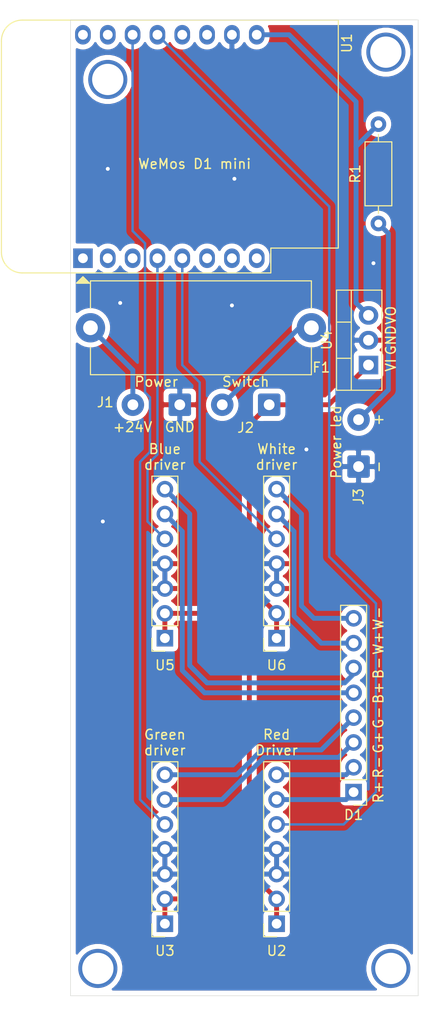
<source format=kicad_pcb>
(kicad_pcb (version 20171130) (host pcbnew "(5.1.10)-1")

  (general
    (thickness 1.6)
    (drawings 24)
    (tracks 94)
    (zones 0)
    (modules 12)
    (nets 29)
  )

  (page A4)
  (layers
    (0 F.Cu signal)
    (31 B.Cu signal)
    (32 B.Adhes user)
    (33 F.Adhes user)
    (34 B.Paste user)
    (35 F.Paste user)
    (36 B.SilkS user)
    (37 F.SilkS user)
    (38 B.Mask user)
    (39 F.Mask user)
    (40 Dwgs.User user)
    (41 Cmts.User user)
    (42 Eco1.User user)
    (43 Eco2.User user)
    (44 Edge.Cuts user)
    (45 Margin user)
    (46 B.CrtYd user)
    (47 F.CrtYd user)
    (48 B.Fab user)
    (49 F.Fab user)
  )

  (setup
    (last_trace_width 0.5)
    (user_trace_width 0.2)
    (user_trace_width 0.5)
    (trace_clearance 0.2)
    (zone_clearance 0.508)
    (zone_45_only no)
    (trace_min 0.2)
    (via_size 0.8)
    (via_drill 0.4)
    (via_min_size 0.4)
    (via_min_drill 0.3)
    (user_via 4 3.2)
    (uvia_size 0.3)
    (uvia_drill 0.1)
    (uvias_allowed no)
    (uvia_min_size 0.2)
    (uvia_min_drill 0.1)
    (edge_width 0.05)
    (segment_width 0.2)
    (pcb_text_width 0.3)
    (pcb_text_size 1.5 1.5)
    (mod_edge_width 0.12)
    (mod_text_size 1 1)
    (mod_text_width 0.15)
    (pad_size 1.524 1.524)
    (pad_drill 0.762)
    (pad_to_mask_clearance 0)
    (aux_axis_origin 0 0)
    (visible_elements 7FFFFFFF)
    (pcbplotparams
      (layerselection 0x010fc_ffffffff)
      (usegerberextensions false)
      (usegerberattributes true)
      (usegerberadvancedattributes true)
      (creategerberjobfile true)
      (excludeedgelayer true)
      (linewidth 0.100000)
      (plotframeref false)
      (viasonmask false)
      (mode 1)
      (useauxorigin false)
      (hpglpennumber 1)
      (hpglpenspeed 20)
      (hpglpendiameter 15.000000)
      (psnegative false)
      (psa4output false)
      (plotreference true)
      (plotvalue true)
      (plotinvisibletext false)
      (padsonsilk false)
      (subtractmaskfromsilk false)
      (outputformat 1)
      (mirror false)
      (drillshape 0)
      (scaleselection 1)
      (outputdirectory "gerber/"))
  )

  (net 0 "")
  (net 1 W+)
  (net 2 W-)
  (net 3 B+)
  (net 4 B-)
  (net 5 G+)
  (net 6 G-)
  (net 7 R+)
  (net 8 R-)
  (net 9 "Net-(F1-Pad2)")
  (net 10 "Net-(F1-Pad1)")
  (net 11 GND)
  (net 12 "Net-(J3-Pad2)")
  (net 13 "Net-(U1-Pad16)")
  (net 14 "Net-(U1-Pad15)")
  (net 15 R_PWM)
  (net 16 G_PWM)
  (net 17 "Net-(U1-Pad12)")
  (net 18 "Net-(U1-Pad11)")
  (net 19 "Net-(U1-Pad8)")
  (net 20 "Net-(U1-Pad7)")
  (net 21 "Net-(U1-Pad6)")
  (net 22 W_PWM)
  (net 23 B_PWM)
  (net 24 "Net-(U1-Pad3)")
  (net 25 "Net-(U1-Pad1)")
  (net 26 "Net-(U1-Pad2)")
  (net 27 +24V)
  (net 28 +5V)

  (net_class Default "This is the default net class."
    (clearance 0.2)
    (trace_width 0.25)
    (via_dia 0.8)
    (via_drill 0.4)
    (uvia_dia 0.3)
    (uvia_drill 0.1)
    (add_net +24V)
    (add_net +5V)
    (add_net B+)
    (add_net B-)
    (add_net B_PWM)
    (add_net G+)
    (add_net G-)
    (add_net GND)
    (add_net G_PWM)
    (add_net "Net-(F1-Pad1)")
    (add_net "Net-(F1-Pad2)")
    (add_net "Net-(J3-Pad2)")
    (add_net "Net-(U1-Pad1)")
    (add_net "Net-(U1-Pad11)")
    (add_net "Net-(U1-Pad12)")
    (add_net "Net-(U1-Pad15)")
    (add_net "Net-(U1-Pad16)")
    (add_net "Net-(U1-Pad2)")
    (add_net "Net-(U1-Pad3)")
    (add_net "Net-(U1-Pad6)")
    (add_net "Net-(U1-Pad7)")
    (add_net "Net-(U1-Pad8)")
    (add_net R+)
    (add_net R-)
    (add_net R_PWM)
    (add_net W+)
    (add_net W-)
    (add_net W_PWM)
  )

  (module LEDBeam:LED_Driver_module (layer F.Cu) (tedit 6101452E) (tstamp 61005E7F)
    (at 31.242 113.792 180)
    (descr "Through hole straight socket strip, 1x07, 2.54mm pitch, single row (from Kicad 4.0.7), script generated")
    (tags "Through hole socket strip THT 1x07 2.54mm single row")
    (path /61013810)
    (fp_text reference U6 (at 0 -2.77) (layer F.SilkS)
      (effects (font (size 1 1) (thickness 0.15)))
    )
    (fp_text value LED_Dimmer_Platine (at 0.254 19.812) (layer F.Fab)
      (effects (font (size 1 1) (thickness 0.15)))
    )
    (fp_text user %R (at 0 7.62 90) (layer F.Fab)
      (effects (font (size 1 1) (thickness 0.15)))
    )
    (fp_line (start -5.08 21.59) (end -5.08 -6.35) (layer F.CrtYd) (width 0.05))
    (fp_line (start 5.08 21.59) (end -5.08 21.59) (layer F.CrtYd) (width 0.05))
    (fp_line (start 5.08 -6.35) (end 5.08 21.59) (layer F.CrtYd) (width 0.05))
    (fp_line (start -5.08 -6.35) (end 5.08 -6.35) (layer F.CrtYd) (width 0.05))
    (fp_line (start 0 -1.33) (end 1.33 -1.33) (layer F.SilkS) (width 0.12))
    (fp_line (start 1.33 -1.33) (end 1.33 0) (layer F.SilkS) (width 0.12))
    (fp_line (start 1.33 1.27) (end 1.33 16.57) (layer F.SilkS) (width 0.12))
    (fp_line (start -1.33 16.57) (end 1.33 16.57) (layer F.SilkS) (width 0.12))
    (fp_line (start -1.33 1.27) (end -1.33 16.57) (layer F.SilkS) (width 0.12))
    (fp_line (start -1.33 1.27) (end 1.33 1.27) (layer F.SilkS) (width 0.12))
    (fp_line (start -1.27 16.51) (end -1.27 -1.27) (layer F.Fab) (width 0.1))
    (fp_line (start 1.27 16.51) (end -1.27 16.51) (layer F.Fab) (width 0.1))
    (fp_line (start 1.27 -0.635) (end 1.27 16.51) (layer F.Fab) (width 0.1))
    (fp_line (start 0.635 -1.27) (end 1.27 -0.635) (layer F.Fab) (width 0.1))
    (fp_line (start -1.27 -1.27) (end 0.635 -1.27) (layer F.Fab) (width 0.1))
    (pad 7 thru_hole oval (at 0 15.24 180) (size 1.7 1.7) (drill 1) (layers *.Cu *.Mask)
      (net 2 W-))
    (pad 6 thru_hole oval (at 0 12.7 180) (size 1.7 1.7) (drill 1) (layers *.Cu *.Mask)
      (net 1 W+))
    (pad 5 thru_hole oval (at 0 10.16 180) (size 1.7 1.7) (drill 1) (layers *.Cu *.Mask)
      (net 22 W_PWM))
    (pad 4 thru_hole oval (at 0 7.62 180) (size 1.7 1.7) (drill 1) (layers *.Cu *.Mask)
      (net 11 GND))
    (pad 3 thru_hole oval (at 0 5.08 180) (size 1.7 1.7) (drill 1) (layers *.Cu *.Mask)
      (net 11 GND))
    (pad 2 thru_hole oval (at 0 2.54 180) (size 1.7 1.7) (drill 1) (layers *.Cu *.Mask)
      (net 27 +24V))
    (pad 1 thru_hole rect (at 0 0 180) (size 1.7 1.7) (drill 1) (layers *.Cu *.Mask)
      (net 27 +24V))
    (model ${KISYS3DMOD}/Connector_PinSocket_2.54mm.3dshapes/PinSocket_1x07_P2.54mm_Vertical.wrl
      (at (xyz 0 0 0))
      (scale (xyz 1 1 1))
      (rotate (xyz 0 0 0))
    )
  )

  (module LEDBeam:LED_Driver_module (layer F.Cu) (tedit 6101452E) (tstamp 61005E64)
    (at 19.812 113.792 180)
    (descr "Through hole straight socket strip, 1x07, 2.54mm pitch, single row (from Kicad 4.0.7), script generated")
    (tags "Through hole socket strip THT 1x07 2.54mm single row")
    (path /6100FA41)
    (fp_text reference U5 (at 0 -2.77) (layer F.SilkS)
      (effects (font (size 1 1) (thickness 0.15)))
    )
    (fp_text value LED_Dimmer_Platine (at 0 19.812) (layer F.Fab)
      (effects (font (size 1 1) (thickness 0.15)))
    )
    (fp_text user %R (at 0 7.62 90) (layer F.Fab)
      (effects (font (size 1 1) (thickness 0.15)))
    )
    (fp_line (start -5.08 21.59) (end -5.08 -6.35) (layer F.CrtYd) (width 0.05))
    (fp_line (start 5.08 21.59) (end -5.08 21.59) (layer F.CrtYd) (width 0.05))
    (fp_line (start 5.08 -6.35) (end 5.08 21.59) (layer F.CrtYd) (width 0.05))
    (fp_line (start -5.08 -6.35) (end 5.08 -6.35) (layer F.CrtYd) (width 0.05))
    (fp_line (start 0 -1.33) (end 1.33 -1.33) (layer F.SilkS) (width 0.12))
    (fp_line (start 1.33 -1.33) (end 1.33 0) (layer F.SilkS) (width 0.12))
    (fp_line (start 1.33 1.27) (end 1.33 16.57) (layer F.SilkS) (width 0.12))
    (fp_line (start -1.33 16.57) (end 1.33 16.57) (layer F.SilkS) (width 0.12))
    (fp_line (start -1.33 1.27) (end -1.33 16.57) (layer F.SilkS) (width 0.12))
    (fp_line (start -1.33 1.27) (end 1.33 1.27) (layer F.SilkS) (width 0.12))
    (fp_line (start -1.27 16.51) (end -1.27 -1.27) (layer F.Fab) (width 0.1))
    (fp_line (start 1.27 16.51) (end -1.27 16.51) (layer F.Fab) (width 0.1))
    (fp_line (start 1.27 -0.635) (end 1.27 16.51) (layer F.Fab) (width 0.1))
    (fp_line (start 0.635 -1.27) (end 1.27 -0.635) (layer F.Fab) (width 0.1))
    (fp_line (start -1.27 -1.27) (end 0.635 -1.27) (layer F.Fab) (width 0.1))
    (pad 7 thru_hole oval (at 0 15.24 180) (size 1.7 1.7) (drill 1) (layers *.Cu *.Mask)
      (net 4 B-))
    (pad 6 thru_hole oval (at 0 12.7 180) (size 1.7 1.7) (drill 1) (layers *.Cu *.Mask)
      (net 3 B+))
    (pad 5 thru_hole oval (at 0 10.16 180) (size 1.7 1.7) (drill 1) (layers *.Cu *.Mask)
      (net 23 B_PWM))
    (pad 4 thru_hole oval (at 0 7.62 180) (size 1.7 1.7) (drill 1) (layers *.Cu *.Mask)
      (net 11 GND))
    (pad 3 thru_hole oval (at 0 5.08 180) (size 1.7 1.7) (drill 1) (layers *.Cu *.Mask)
      (net 11 GND))
    (pad 2 thru_hole oval (at 0 2.54 180) (size 1.7 1.7) (drill 1) (layers *.Cu *.Mask)
      (net 27 +24V))
    (pad 1 thru_hole rect (at 0 0 180) (size 1.7 1.7) (drill 1) (layers *.Cu *.Mask)
      (net 27 +24V))
    (model ${KISYS3DMOD}/Connector_PinSocket_2.54mm.3dshapes/PinSocket_1x07_P2.54mm_Vertical.wrl
      (at (xyz 0 0 0))
      (scale (xyz 1 1 1))
      (rotate (xyz 0 0 0))
    )
  )

  (module LEDBeam:LED_Driver_module (layer F.Cu) (tedit 6101452E) (tstamp 61005E2F)
    (at 19.812 143.002 180)
    (descr "Through hole straight socket strip, 1x07, 2.54mm pitch, single row (from Kicad 4.0.7), script generated")
    (tags "Through hole socket strip THT 1x07 2.54mm single row")
    (path /61011DF7)
    (fp_text reference U3 (at 0 -2.77) (layer F.SilkS)
      (effects (font (size 1 1) (thickness 0.15)))
    )
    (fp_text value LED_Dimmer_Platine (at 0 20.828) (layer F.Fab)
      (effects (font (size 1 1) (thickness 0.15)))
    )
    (fp_text user %R (at 0 7.62 90) (layer F.Fab)
      (effects (font (size 1 1) (thickness 0.15)))
    )
    (fp_line (start -5.08 21.59) (end -5.08 -6.35) (layer F.CrtYd) (width 0.05))
    (fp_line (start 5.08 21.59) (end -5.08 21.59) (layer F.CrtYd) (width 0.05))
    (fp_line (start 5.08 -6.35) (end 5.08 21.59) (layer F.CrtYd) (width 0.05))
    (fp_line (start -5.08 -6.35) (end 5.08 -6.35) (layer F.CrtYd) (width 0.05))
    (fp_line (start 0 -1.33) (end 1.33 -1.33) (layer F.SilkS) (width 0.12))
    (fp_line (start 1.33 -1.33) (end 1.33 0) (layer F.SilkS) (width 0.12))
    (fp_line (start 1.33 1.27) (end 1.33 16.57) (layer F.SilkS) (width 0.12))
    (fp_line (start -1.33 16.57) (end 1.33 16.57) (layer F.SilkS) (width 0.12))
    (fp_line (start -1.33 1.27) (end -1.33 16.57) (layer F.SilkS) (width 0.12))
    (fp_line (start -1.33 1.27) (end 1.33 1.27) (layer F.SilkS) (width 0.12))
    (fp_line (start -1.27 16.51) (end -1.27 -1.27) (layer F.Fab) (width 0.1))
    (fp_line (start 1.27 16.51) (end -1.27 16.51) (layer F.Fab) (width 0.1))
    (fp_line (start 1.27 -0.635) (end 1.27 16.51) (layer F.Fab) (width 0.1))
    (fp_line (start 0.635 -1.27) (end 1.27 -0.635) (layer F.Fab) (width 0.1))
    (fp_line (start -1.27 -1.27) (end 0.635 -1.27) (layer F.Fab) (width 0.1))
    (pad 7 thru_hole oval (at 0 15.24 180) (size 1.7 1.7) (drill 1) (layers *.Cu *.Mask)
      (net 6 G-))
    (pad 6 thru_hole oval (at 0 12.7 180) (size 1.7 1.7) (drill 1) (layers *.Cu *.Mask)
      (net 5 G+))
    (pad 5 thru_hole oval (at 0 10.16 180) (size 1.7 1.7) (drill 1) (layers *.Cu *.Mask)
      (net 16 G_PWM))
    (pad 4 thru_hole oval (at 0 7.62 180) (size 1.7 1.7) (drill 1) (layers *.Cu *.Mask)
      (net 11 GND))
    (pad 3 thru_hole oval (at 0 5.08 180) (size 1.7 1.7) (drill 1) (layers *.Cu *.Mask)
      (net 11 GND))
    (pad 2 thru_hole oval (at 0 2.54 180) (size 1.7 1.7) (drill 1) (layers *.Cu *.Mask)
      (net 27 +24V))
    (pad 1 thru_hole rect (at 0 0 180) (size 1.7 1.7) (drill 1) (layers *.Cu *.Mask)
      (net 27 +24V))
    (model ${KISYS3DMOD}/Connector_PinSocket_2.54mm.3dshapes/PinSocket_1x07_P2.54mm_Vertical.wrl
      (at (xyz 0 0 0))
      (scale (xyz 1 1 1))
      (rotate (xyz 0 0 0))
    )
  )

  (module LEDBeam:LED_Driver_module (layer F.Cu) (tedit 6101452E) (tstamp 61005E14)
    (at 31.242 143.002 180)
    (descr "Through hole straight socket strip, 1x07, 2.54mm pitch, single row (from Kicad 4.0.7), script generated")
    (tags "Through hole socket strip THT 1x07 2.54mm single row")
    (path /61012286)
    (fp_text reference U2 (at 0 -2.77) (layer F.SilkS)
      (effects (font (size 1 1) (thickness 0.15)))
    )
    (fp_text value LED_Dimmer_Platine (at 0 20.828) (layer F.Fab)
      (effects (font (size 1 1) (thickness 0.15)))
    )
    (fp_text user %R (at 0 7.62 90) (layer F.Fab)
      (effects (font (size 1 1) (thickness 0.15)))
    )
    (fp_line (start -5.08 21.59) (end -5.08 -6.35) (layer F.CrtYd) (width 0.05))
    (fp_line (start 5.08 21.59) (end -5.08 21.59) (layer F.CrtYd) (width 0.05))
    (fp_line (start 5.08 -6.35) (end 5.08 21.59) (layer F.CrtYd) (width 0.05))
    (fp_line (start -5.08 -6.35) (end 5.08 -6.35) (layer F.CrtYd) (width 0.05))
    (fp_line (start 0 -1.33) (end 1.33 -1.33) (layer F.SilkS) (width 0.12))
    (fp_line (start 1.33 -1.33) (end 1.33 0) (layer F.SilkS) (width 0.12))
    (fp_line (start 1.33 1.27) (end 1.33 16.57) (layer F.SilkS) (width 0.12))
    (fp_line (start -1.33 16.57) (end 1.33 16.57) (layer F.SilkS) (width 0.12))
    (fp_line (start -1.33 1.27) (end -1.33 16.57) (layer F.SilkS) (width 0.12))
    (fp_line (start -1.33 1.27) (end 1.33 1.27) (layer F.SilkS) (width 0.12))
    (fp_line (start -1.27 16.51) (end -1.27 -1.27) (layer F.Fab) (width 0.1))
    (fp_line (start 1.27 16.51) (end -1.27 16.51) (layer F.Fab) (width 0.1))
    (fp_line (start 1.27 -0.635) (end 1.27 16.51) (layer F.Fab) (width 0.1))
    (fp_line (start 0.635 -1.27) (end 1.27 -0.635) (layer F.Fab) (width 0.1))
    (fp_line (start -1.27 -1.27) (end 0.635 -1.27) (layer F.Fab) (width 0.1))
    (pad 7 thru_hole oval (at 0 15.24 180) (size 1.7 1.7) (drill 1) (layers *.Cu *.Mask)
      (net 8 R-))
    (pad 6 thru_hole oval (at 0 12.7 180) (size 1.7 1.7) (drill 1) (layers *.Cu *.Mask)
      (net 7 R+))
    (pad 5 thru_hole oval (at 0 10.16 180) (size 1.7 1.7) (drill 1) (layers *.Cu *.Mask)
      (net 15 R_PWM))
    (pad 4 thru_hole oval (at 0 7.62 180) (size 1.7 1.7) (drill 1) (layers *.Cu *.Mask)
      (net 11 GND))
    (pad 3 thru_hole oval (at 0 5.08 180) (size 1.7 1.7) (drill 1) (layers *.Cu *.Mask)
      (net 11 GND))
    (pad 2 thru_hole oval (at 0 2.54 180) (size 1.7 1.7) (drill 1) (layers *.Cu *.Mask)
      (net 27 +24V))
    (pad 1 thru_hole rect (at 0 0 180) (size 1.7 1.7) (drill 1) (layers *.Cu *.Mask)
      (net 27 +24V))
    (model ${KISYS3DMOD}/Connector_PinSocket_2.54mm.3dshapes/PinSocket_1x07_P2.54mm_Vertical.wrl
      (at (xyz 0 0 0))
      (scale (xyz 1 1 1))
      (rotate (xyz 0 0 0))
    )
  )

  (module Package_TO_SOT_THT:TO-220-3_Vertical (layer F.Cu) (tedit 5AC8BA0D) (tstamp 61005E49)
    (at 40.64 85.852 90)
    (descr "TO-220-3, Vertical, RM 2.54mm, see https://www.vishay.com/docs/66542/to-220-1.pdf")
    (tags "TO-220-3 Vertical RM 2.54mm")
    (path /61054F9B)
    (fp_text reference U4 (at 2.54 -4.27 90) (layer F.SilkS)
      (effects (font (size 1 1) (thickness 0.15)))
    )
    (fp_text value LM7805_TO220 (at 2.54 2.5 90) (layer F.Fab)
      (effects (font (size 1 1) (thickness 0.15)))
    )
    (fp_line (start -2.46 -3.15) (end -2.46 1.25) (layer F.Fab) (width 0.1))
    (fp_line (start -2.46 1.25) (end 7.54 1.25) (layer F.Fab) (width 0.1))
    (fp_line (start 7.54 1.25) (end 7.54 -3.15) (layer F.Fab) (width 0.1))
    (fp_line (start 7.54 -3.15) (end -2.46 -3.15) (layer F.Fab) (width 0.1))
    (fp_line (start -2.46 -1.88) (end 7.54 -1.88) (layer F.Fab) (width 0.1))
    (fp_line (start 0.69 -3.15) (end 0.69 -1.88) (layer F.Fab) (width 0.1))
    (fp_line (start 4.39 -3.15) (end 4.39 -1.88) (layer F.Fab) (width 0.1))
    (fp_line (start -2.58 -3.27) (end 7.66 -3.27) (layer F.SilkS) (width 0.12))
    (fp_line (start -2.58 1.371) (end 7.66 1.371) (layer F.SilkS) (width 0.12))
    (fp_line (start -2.58 -3.27) (end -2.58 1.371) (layer F.SilkS) (width 0.12))
    (fp_line (start 7.66 -3.27) (end 7.66 1.371) (layer F.SilkS) (width 0.12))
    (fp_line (start -2.58 -1.76) (end 7.66 -1.76) (layer F.SilkS) (width 0.12))
    (fp_line (start 0.69 -3.27) (end 0.69 -1.76) (layer F.SilkS) (width 0.12))
    (fp_line (start 4.391 -3.27) (end 4.391 -1.76) (layer F.SilkS) (width 0.12))
    (fp_line (start -2.71 -3.4) (end -2.71 1.51) (layer F.CrtYd) (width 0.05))
    (fp_line (start -2.71 1.51) (end 7.79 1.51) (layer F.CrtYd) (width 0.05))
    (fp_line (start 7.79 1.51) (end 7.79 -3.4) (layer F.CrtYd) (width 0.05))
    (fp_line (start 7.79 -3.4) (end -2.71 -3.4) (layer F.CrtYd) (width 0.05))
    (fp_text user %R (at 2.54 -4.27 90) (layer F.Fab)
      (effects (font (size 1 1) (thickness 0.15)))
    )
    (pad 3 thru_hole oval (at 5.08 0 90) (size 1.905 2) (drill 1.1) (layers *.Cu *.Mask)
      (net 28 +5V))
    (pad 2 thru_hole oval (at 2.54 0 90) (size 1.905 2) (drill 1.1) (layers *.Cu *.Mask)
      (net 11 GND))
    (pad 1 thru_hole rect (at 0 0 90) (size 1.905 2) (drill 1.1) (layers *.Cu *.Mask)
      (net 27 +24V))
    (model ${KISYS3DMOD}/Package_TO_SOT_THT.3dshapes/TO-220-3_Vertical.wrl
      (at (xyz 0 0 0))
      (scale (xyz 1 1 1))
      (rotate (xyz 0 0 0))
    )
  )

  (module Resistor_THT:R_Axial_DIN0207_L6.3mm_D2.5mm_P10.16mm_Horizontal (layer F.Cu) (tedit 5AE5139B) (tstamp 61005DB6)
    (at 41.656 71.374 90)
    (descr "Resistor, Axial_DIN0207 series, Axial, Horizontal, pin pitch=10.16mm, 0.25W = 1/4W, length*diameter=6.3*2.5mm^2, http://cdn-reichelt.de/documents/datenblatt/B400/1_4W%23YAG.pdf")
    (tags "Resistor Axial_DIN0207 series Axial Horizontal pin pitch 10.16mm 0.25W = 1/4W length 6.3mm diameter 2.5mm")
    (path /61020338)
    (fp_text reference R1 (at 5.08 -2.37 90) (layer F.SilkS)
      (effects (font (size 1 1) (thickness 0.15)))
    )
    (fp_text value R (at 5.08 2.37 90) (layer F.Fab)
      (effects (font (size 1 1) (thickness 0.15)))
    )
    (fp_line (start 11.21 -1.5) (end -1.05 -1.5) (layer F.CrtYd) (width 0.05))
    (fp_line (start 11.21 1.5) (end 11.21 -1.5) (layer F.CrtYd) (width 0.05))
    (fp_line (start -1.05 1.5) (end 11.21 1.5) (layer F.CrtYd) (width 0.05))
    (fp_line (start -1.05 -1.5) (end -1.05 1.5) (layer F.CrtYd) (width 0.05))
    (fp_line (start 9.12 0) (end 8.35 0) (layer F.SilkS) (width 0.12))
    (fp_line (start 1.04 0) (end 1.81 0) (layer F.SilkS) (width 0.12))
    (fp_line (start 8.35 -1.37) (end 1.81 -1.37) (layer F.SilkS) (width 0.12))
    (fp_line (start 8.35 1.37) (end 8.35 -1.37) (layer F.SilkS) (width 0.12))
    (fp_line (start 1.81 1.37) (end 8.35 1.37) (layer F.SilkS) (width 0.12))
    (fp_line (start 1.81 -1.37) (end 1.81 1.37) (layer F.SilkS) (width 0.12))
    (fp_line (start 10.16 0) (end 8.23 0) (layer F.Fab) (width 0.1))
    (fp_line (start 0 0) (end 1.93 0) (layer F.Fab) (width 0.1))
    (fp_line (start 8.23 -1.25) (end 1.93 -1.25) (layer F.Fab) (width 0.1))
    (fp_line (start 8.23 1.25) (end 8.23 -1.25) (layer F.Fab) (width 0.1))
    (fp_line (start 1.93 1.25) (end 8.23 1.25) (layer F.Fab) (width 0.1))
    (fp_line (start 1.93 -1.25) (end 1.93 1.25) (layer F.Fab) (width 0.1))
    (fp_text user %R (at 5.08 0 90) (layer F.Fab)
      (effects (font (size 1 1) (thickness 0.15)))
    )
    (pad 2 thru_hole oval (at 10.16 0 90) (size 1.6 1.6) (drill 0.8) (layers *.Cu *.Mask)
      (net 28 +5V))
    (pad 1 thru_hole circle (at 0 0 90) (size 1.6 1.6) (drill 0.8) (layers *.Cu *.Mask)
      (net 12 "Net-(J3-Pad2)"))
    (model ${KISYS3DMOD}/Resistor_THT.3dshapes/R_Axial_DIN0207_L6.3mm_D2.5mm_P10.16mm_Horizontal.wrl
      (at (xyz 0 0 0))
      (scale (xyz 1 1 1))
      (rotate (xyz 0 0 0))
    )
  )

  (module Module:WEMOS_D1_mini_light (layer F.Cu) (tedit 5BBFB1CE) (tstamp 61005DF9)
    (at 11.43 74.93 90)
    (descr "16-pin module, column spacing 22.86 mm (900 mils), https://wiki.wemos.cc/products:d1:d1_mini, https://c1.staticflickr.com/1/734/31400410271_f278b087db_z.jpg")
    (tags "ESP8266 WiFi microcontroller")
    (path /610036C4)
    (fp_text reference U1 (at 22 27 90) (layer F.SilkS)
      (effects (font (size 1 1) (thickness 0.15)))
    )
    (fp_text value WeMos_D1_mini (at 11.7 0 90) (layer F.Fab)
      (effects (font (size 1 1) (thickness 0.15)))
    )
    (fp_line (start 1.04 26.12) (end 24.36 26.12) (layer F.SilkS) (width 0.12))
    (fp_line (start -1.5 19.22) (end -1.5 -6.21) (layer F.SilkS) (width 0.12))
    (fp_line (start 24.36 26.12) (end 24.36 -6.21) (layer F.SilkS) (width 0.12))
    (fp_line (start 22.24 -8.34) (end 0.63 -8.34) (layer F.SilkS) (width 0.12))
    (fp_line (start 1.17 25.99) (end 24.23 25.99) (layer F.Fab) (width 0.1))
    (fp_line (start 24.23 25.99) (end 24.23 -6.21) (layer F.Fab) (width 0.1))
    (fp_line (start 22.23 -8.21) (end 0.63 -8.21) (layer F.Fab) (width 0.1))
    (fp_line (start -1.37 1) (end -1.37 19.09) (layer F.Fab) (width 0.1))
    (fp_line (start -1.62 -8.46) (end 24.48 -8.46) (layer F.CrtYd) (width 0.05))
    (fp_line (start 24.48 -8.41) (end 24.48 26.24) (layer F.CrtYd) (width 0.05))
    (fp_line (start 24.48 26.24) (end -1.62 26.24) (layer F.CrtYd) (width 0.05))
    (fp_line (start -1.62 26.24) (end -1.62 -8.46) (layer F.CrtYd) (width 0.05))
    (fp_poly (pts (xy -2.54 -0.635) (xy -2.54 0.635) (xy -1.905 0)) (layer F.SilkS) (width 0.15))
    (fp_line (start -1.35 -1.4) (end 24.25 -1.4) (layer Dwgs.User) (width 0.1))
    (fp_line (start 24.25 -1.4) (end 24.25 -8.2) (layer Dwgs.User) (width 0.1))
    (fp_line (start 24.25 -8.2) (end -1.35 -8.2) (layer Dwgs.User) (width 0.1))
    (fp_line (start -1.35 -8.2) (end -1.35 -1.4) (layer Dwgs.User) (width 0.1))
    (fp_line (start -1.35 -1.4) (end 5.45 -8.2) (layer Dwgs.User) (width 0.1))
    (fp_line (start 0.65 -1.4) (end 7.45 -8.2) (layer Dwgs.User) (width 0.1))
    (fp_line (start 2.65 -1.4) (end 9.45 -8.2) (layer Dwgs.User) (width 0.1))
    (fp_line (start 4.65 -1.4) (end 11.45 -8.2) (layer Dwgs.User) (width 0.1))
    (fp_line (start 6.65 -1.4) (end 13.45 -8.2) (layer Dwgs.User) (width 0.1))
    (fp_line (start 8.65 -1.4) (end 15.45 -8.2) (layer Dwgs.User) (width 0.1))
    (fp_line (start 10.65 -1.4) (end 17.45 -8.2) (layer Dwgs.User) (width 0.1))
    (fp_line (start 12.65 -1.4) (end 19.45 -8.2) (layer Dwgs.User) (width 0.1))
    (fp_line (start 14.65 -1.4) (end 21.45 -8.2) (layer Dwgs.User) (width 0.1))
    (fp_line (start 16.65 -1.4) (end 23.45 -8.2) (layer Dwgs.User) (width 0.1))
    (fp_line (start 18.65 -1.4) (end 24.25 -7) (layer Dwgs.User) (width 0.1))
    (fp_line (start 20.65 -1.4) (end 24.25 -5) (layer Dwgs.User) (width 0.1))
    (fp_line (start 22.65 -1.4) (end 24.25 -3) (layer Dwgs.User) (width 0.1))
    (fp_line (start -1.35 -3.4) (end 3.45 -8.2) (layer Dwgs.User) (width 0.1))
    (fp_line (start -1.3 -5.45) (end 1.45 -8.2) (layer Dwgs.User) (width 0.1))
    (fp_line (start -1.35 -7.4) (end -0.55 -8.2) (layer Dwgs.User) (width 0.1))
    (fp_line (start -1.37 19.09) (end 1.17 19.09) (layer F.Fab) (width 0.1))
    (fp_line (start 1.17 19.09) (end 1.17 25.99) (layer F.Fab) (width 0.1))
    (fp_line (start -1.37 -6.21) (end -1.37 -1) (layer F.Fab) (width 0.1))
    (fp_line (start -1.37 1) (end -0.37 0) (layer F.Fab) (width 0.1))
    (fp_line (start -0.37 0) (end -1.37 -1) (layer F.Fab) (width 0.1))
    (fp_line (start -1.5 19.22) (end 1.04 19.22) (layer F.SilkS) (width 0.12))
    (fp_line (start 1.04 19.22) (end 1.04 26.12) (layer F.SilkS) (width 0.12))
    (fp_text user "No copper" (at 11.43 -3.81 90) (layer Cmts.User)
      (effects (font (size 1 1) (thickness 0.15)))
    )
    (fp_text user "KEEP OUT" (at 11.43 -6.35 90) (layer Cmts.User)
      (effects (font (size 1 1) (thickness 0.15)))
    )
    (fp_arc (start 22.23 -6.21) (end 24.36 -6.21) (angle -90) (layer F.SilkS) (width 0.12))
    (fp_arc (start 0.63 -6.21) (end 0.63 -8.34) (angle -90) (layer F.SilkS) (width 0.12))
    (fp_arc (start 22.23 -6.21) (end 24.23 -6.19) (angle -90) (layer F.Fab) (width 0.1))
    (fp_arc (start 0.63 -6.21) (end 0.63 -8.21) (angle -90) (layer F.Fab) (width 0.1))
    (fp_text user %R (at 11.43 10 90) (layer F.Fab)
      (effects (font (size 1 1) (thickness 0.15)))
    )
    (pad 16 thru_hole oval (at 22.86 0 90) (size 2 1.6) (drill 1) (layers *.Cu *.Mask)
      (net 13 "Net-(U1-Pad16)"))
    (pad 15 thru_hole oval (at 22.86 2.54 90) (size 2 1.6) (drill 1) (layers *.Cu *.Mask)
      (net 14 "Net-(U1-Pad15)"))
    (pad 14 thru_hole oval (at 22.86 5.08 90) (size 2 1.6) (drill 1) (layers *.Cu *.Mask)
      (net 16 G_PWM))
    (pad 13 thru_hole oval (at 22.86 7.62 90) (size 2 1.6) (drill 1) (layers *.Cu *.Mask)
      (net 15 R_PWM))
    (pad 12 thru_hole oval (at 22.86 10.16 90) (size 2 1.6) (drill 1) (layers *.Cu *.Mask)
      (net 17 "Net-(U1-Pad12)"))
    (pad 11 thru_hole oval (at 22.86 12.7 90) (size 2 1.6) (drill 1) (layers *.Cu *.Mask)
      (net 18 "Net-(U1-Pad11)"))
    (pad 10 thru_hole oval (at 22.86 15.24 90) (size 2 1.6) (drill 1) (layers *.Cu *.Mask)
      (net 11 GND))
    (pad 9 thru_hole oval (at 22.86 17.78 90) (size 2 1.6) (drill 1) (layers *.Cu *.Mask)
      (net 28 +5V))
    (pad 8 thru_hole oval (at 0 17.78 90) (size 2 1.6) (drill 1) (layers *.Cu *.Mask)
      (net 19 "Net-(U1-Pad8)"))
    (pad 7 thru_hole oval (at 0 15.24 90) (size 2 1.6) (drill 1) (layers *.Cu *.Mask)
      (net 20 "Net-(U1-Pad7)"))
    (pad 6 thru_hole oval (at 0 12.7 90) (size 2 1.6) (drill 1) (layers *.Cu *.Mask)
      (net 21 "Net-(U1-Pad6)"))
    (pad 5 thru_hole oval (at 0 10.16 90) (size 2 1.6) (drill 1) (layers *.Cu *.Mask)
      (net 22 W_PWM))
    (pad 4 thru_hole oval (at 0 7.62 90) (size 2 1.6) (drill 1) (layers *.Cu *.Mask)
      (net 23 B_PWM))
    (pad 3 thru_hole oval (at 0 5.08 90) (size 2 1.6) (drill 1) (layers *.Cu *.Mask)
      (net 24 "Net-(U1-Pad3)"))
    (pad 1 thru_hole rect (at 0 0 90) (size 2 2) (drill 1) (layers *.Cu *.Mask)
      (net 25 "Net-(U1-Pad1)"))
    (pad 2 thru_hole oval (at 0 2.54 90) (size 2 1.6) (drill 1) (layers *.Cu *.Mask)
      (net 26 "Net-(U1-Pad2)"))
    (model ${KISYS3DMOD}/Module.3dshapes/WEMOS_D1_mini_light.wrl
      (at (xyz 0 0 0))
      (scale (xyz 1 1 1))
      (rotate (xyz 0 0 0))
    )
    (model ${KISYS3DMOD}/Connector_PinHeader_2.54mm.3dshapes/PinHeader_1x08_P2.54mm_Vertical.wrl
      (offset (xyz 0 0 9.5))
      (scale (xyz 1 1 1))
      (rotate (xyz 0 -180 0))
    )
    (model ${KISYS3DMOD}/Connector_PinHeader_2.54mm.3dshapes/PinHeader_1x08_P2.54mm_Vertical.wrl
      (offset (xyz 22.86 0 9.5))
      (scale (xyz 1 1 1))
      (rotate (xyz 0 -180 0))
    )
    (model ${KISYS3DMOD}/Connector_PinSocket_2.54mm.3dshapes/PinSocket_1x08_P2.54mm_Vertical.wrl
      (at (xyz 0 0 0))
      (scale (xyz 1 1 1))
      (rotate (xyz 0 0 0))
    )
    (model ${KISYS3DMOD}/Connector_PinSocket_2.54mm.3dshapes/PinSocket_1x08_P2.54mm_Vertical.wrl
      (offset (xyz 22.86 0 0))
      (scale (xyz 1 1 1))
      (rotate (xyz 0 0 0))
    )
  )

  (module Connector_Wire:SolderWire-0.5sqmm_1x02_P4.8mm_D0.9mm_OD2.3mm (layer F.Cu) (tedit 5EB70B44) (tstamp 61007B1D)
    (at 39.624 96.24 90)
    (descr "Soldered wire connection, for 2 times 0.5 mm² wires, reinforced insulation, conductor diameter 0.9mm, outer diameter 2.3mm, size source Multi-Contact FLEXI-xV 0.5 (https://ec.staubli.com/AcroFiles/Catalogues/TM_Cab-Main-11014119_(en)_hi.pdf), bend radius 3 times outer diameter, generated with kicad-footprint-generator")
    (tags "connector wire 0.5sqmm")
    (path /6101CCC9)
    (attr virtual)
    (fp_text reference J3 (at -3.074 0 90) (layer F.SilkS)
      (effects (font (size 1 1) (thickness 0.15)))
    )
    (fp_text value "Power led" (at 2.514 -2.286 90) (layer F.SilkS)
      (effects (font (size 1 1) (thickness 0.15)))
    )
    (fp_line (start 6.7 -1.65) (end 2.9 -1.65) (layer F.CrtYd) (width 0.05))
    (fp_line (start 6.7 1.65) (end 6.7 -1.65) (layer F.CrtYd) (width 0.05))
    (fp_line (start 2.9 1.65) (end 6.7 1.65) (layer F.CrtYd) (width 0.05))
    (fp_line (start 2.9 -1.65) (end 2.9 1.65) (layer F.CrtYd) (width 0.05))
    (fp_line (start 1.9 -1.65) (end -1.9 -1.65) (layer F.CrtYd) (width 0.05))
    (fp_line (start 1.9 1.65) (end 1.9 -1.65) (layer F.CrtYd) (width 0.05))
    (fp_line (start -1.9 1.65) (end 1.9 1.65) (layer F.CrtYd) (width 0.05))
    (fp_line (start -1.9 -1.65) (end -1.9 1.65) (layer F.CrtYd) (width 0.05))
    (fp_circle (center 4.8 0) (end 5.95 0) (layer F.Fab) (width 0.1))
    (fp_circle (center 0 0) (end 1.15 0) (layer F.Fab) (width 0.1))
    (fp_text user %R (at 2.26 0) (layer F.Fab)
      (effects (font (size 0.82 0.82) (thickness 0.12)))
    )
    (pad 1 thru_hole roundrect (at 0 0 90) (size 2.3 2.3) (drill 1.1) (layers *.Cu *.Mask) (roundrect_rratio 0.108695652173913)
      (net 11 GND))
    (pad 2 thru_hole circle (at 4.8 0 90) (size 2.3 2.3) (drill 1.1) (layers *.Cu *.Mask)
      (net 12 "Net-(J3-Pad2)"))
    (model ${KISYS3DMOD}/Connector_Wire.3dshapes/SolderWire-0.5sqmm_1x02_P4.8mm_D0.9mm_OD2.3mm.wrl
      (at (xyz 0 0 0))
      (scale (xyz 1 1 1))
      (rotate (xyz 0 0 0))
    )
  )

  (module Connector_Wire:SolderWire-0.5sqmm_1x02_P4.8mm_D0.9mm_OD2.3mm (layer F.Cu) (tedit 5EB70B44) (tstamp 6101AD2F)
    (at 30.48 89.916 180)
    (descr "Soldered wire connection, for 2 times 0.5 mm² wires, reinforced insulation, conductor diameter 0.9mm, outer diameter 2.3mm, size source Multi-Contact FLEXI-xV 0.5 (https://ec.staubli.com/AcroFiles/Catalogues/TM_Cab-Main-11014119_(en)_hi.pdf), bend radius 3 times outer diameter, generated with kicad-footprint-generator")
    (tags "connector wire 0.5sqmm")
    (path /6101A9EA)
    (attr virtual)
    (fp_text reference J2 (at 2.4 -2.35) (layer F.SilkS)
      (effects (font (size 1 1) (thickness 0.15)))
    )
    (fp_text value Switch (at 2.4 2.35) (layer F.SilkS)
      (effects (font (size 1 1) (thickness 0.15)))
    )
    (fp_circle (center 0 0) (end 1.15 0) (layer F.Fab) (width 0.1))
    (fp_circle (center 4.8 0) (end 5.95 0) (layer F.Fab) (width 0.1))
    (fp_line (start -1.9 -1.65) (end -1.9 1.65) (layer F.CrtYd) (width 0.05))
    (fp_line (start -1.9 1.65) (end 1.9 1.65) (layer F.CrtYd) (width 0.05))
    (fp_line (start 1.9 1.65) (end 1.9 -1.65) (layer F.CrtYd) (width 0.05))
    (fp_line (start 1.9 -1.65) (end -1.9 -1.65) (layer F.CrtYd) (width 0.05))
    (fp_line (start 2.9 -1.65) (end 2.9 1.65) (layer F.CrtYd) (width 0.05))
    (fp_line (start 2.9 1.65) (end 6.7 1.65) (layer F.CrtYd) (width 0.05))
    (fp_line (start 6.7 1.65) (end 6.7 -1.65) (layer F.CrtYd) (width 0.05))
    (fp_line (start 6.7 -1.65) (end 2.9 -1.65) (layer F.CrtYd) (width 0.05))
    (fp_text user %R (at 2.4 0 90) (layer F.Fab)
      (effects (font (size 0.82 0.82) (thickness 0.12)))
    )
    (pad 2 thru_hole circle (at 4.8 0 180) (size 2.3 2.3) (drill 1.1) (layers *.Cu *.Mask)
      (net 10 "Net-(F1-Pad1)"))
    (pad 1 thru_hole roundrect (at 0 0 180) (size 2.3 2.3) (drill 1.1) (layers *.Cu *.Mask) (roundrect_rratio 0.108695652173913)
      (net 27 +24V))
    (model ${KISYS3DMOD}/Connector_Wire.3dshapes/SolderWire-0.5sqmm_1x02_P4.8mm_D0.9mm_OD2.3mm.wrl
      (at (xyz 0 0 0))
      (scale (xyz 1 1 1))
      (rotate (xyz 0 0 0))
    )
  )

  (module Connector_Wire:SolderWire-0.5sqmm_1x02_P4.8mm_D0.9mm_OD2.3mm (layer F.Cu) (tedit 5EB70B44) (tstamp 61007B4D)
    (at 21.336 89.916 180)
    (descr "Soldered wire connection, for 2 times 0.5 mm² wires, reinforced insulation, conductor diameter 0.9mm, outer diameter 2.3mm, size source Multi-Contact FLEXI-xV 0.5 (https://ec.staubli.com/AcroFiles/Catalogues/TM_Cab-Main-11014119_(en)_hi.pdf), bend radius 3 times outer diameter, generated with kicad-footprint-generator")
    (tags "connector wire 0.5sqmm")
    (path /61021A78)
    (attr virtual)
    (fp_text reference J1 (at 7.62 0.254) (layer F.SilkS)
      (effects (font (size 1 1) (thickness 0.15)))
    )
    (fp_text value Power (at 2.4 2.35) (layer F.SilkS)
      (effects (font (size 1 1) (thickness 0.15)))
    )
    (fp_circle (center 0 0) (end 1.15 0) (layer F.Fab) (width 0.1))
    (fp_circle (center 4.8 0) (end 5.95 0) (layer F.Fab) (width 0.1))
    (fp_line (start -1.9 -1.65) (end -1.9 1.65) (layer F.CrtYd) (width 0.05))
    (fp_line (start -1.9 1.65) (end 1.9 1.65) (layer F.CrtYd) (width 0.05))
    (fp_line (start 1.9 1.65) (end 1.9 -1.65) (layer F.CrtYd) (width 0.05))
    (fp_line (start 1.9 -1.65) (end -1.9 -1.65) (layer F.CrtYd) (width 0.05))
    (fp_line (start 2.9 -1.65) (end 2.9 1.65) (layer F.CrtYd) (width 0.05))
    (fp_line (start 2.9 1.65) (end 6.7 1.65) (layer F.CrtYd) (width 0.05))
    (fp_line (start 6.7 1.65) (end 6.7 -1.65) (layer F.CrtYd) (width 0.05))
    (fp_line (start 6.7 -1.65) (end 2.9 -1.65) (layer F.CrtYd) (width 0.05))
    (fp_text user %R (at 2.4 0 90) (layer F.Fab)
      (effects (font (size 0.82 0.82) (thickness 0.12)))
    )
    (pad 2 thru_hole circle (at 4.8 0 180) (size 2.3 2.3) (drill 1.1) (layers *.Cu *.Mask)
      (net 9 "Net-(F1-Pad2)"))
    (pad 1 thru_hole roundrect (at 0 0 180) (size 2.3 2.3) (drill 1.1) (layers *.Cu *.Mask) (roundrect_rratio 0.108695652173913)
      (net 11 GND))
    (model ${KISYS3DMOD}/Connector_Wire.3dshapes/SolderWire-0.5sqmm_1x02_P4.8mm_D0.9mm_OD2.3mm.wrl
      (at (xyz 0 0 0))
      (scale (xyz 1 1 1))
      (rotate (xyz 0 0 0))
    )
  )

  (module Fuse:Fuseholder_Cylinder-5x20mm_Stelvio-Kontek_PTF78_Horizontal_Open (layer F.Cu) (tedit 5B7EAE13) (tstamp 61005D74)
    (at 34.798 82.042 180)
    (descr https://www.tme.eu/en/Document/3b48dbe2b9714a62652c97b08fcd464b/PTF78.pdf)
    (tags "Fuseholder horizontal open 5x20 Stelvio-Kontek PTF/78")
    (path /6102B1FD)
    (fp_text reference F1 (at -1.016 -4.064) (layer F.SilkS)
      (effects (font (size 1 1) (thickness 0.15)))
    )
    (fp_text value Fuse (at 12.192 0.508) (layer F.Fab)
      (effects (font (size 1 1) (thickness 0.15)))
    )
    (fp_line (start 0.1 -4.7) (end 0.1 4.7) (layer F.Fab) (width 0.1))
    (fp_line (start 0.1 4.7) (end 22.5 4.7) (layer F.Fab) (width 0.1))
    (fp_line (start 22.5 4.7) (end 22.5 -4.7) (layer F.Fab) (width 0.1))
    (fp_line (start 22.5 -4.7) (end 0.1 -4.7) (layer F.Fab) (width 0.1))
    (fp_line (start -0.15 4.95) (end -0.15 1.85) (layer F.CrtYd) (width 0.05))
    (fp_line (start 22.6 4.8) (end 22.6 2) (layer F.SilkS) (width 0.12))
    (fp_line (start 22.6 -2) (end 22.6 -4.8) (layer F.SilkS) (width 0.12))
    (fp_line (start 0 -2) (end 0 -4.8) (layer F.SilkS) (width 0.12))
    (fp_line (start 0 -4.8) (end 22.6 -4.8) (layer F.SilkS) (width 0.12))
    (fp_line (start 22.75 4.95) (end -0.15 4.95) (layer F.CrtYd) (width 0.05))
    (fp_line (start -0.15 -4.95) (end 22.75 -4.95) (layer F.CrtYd) (width 0.05))
    (fp_line (start 0 4.8) (end 22.6 4.8) (layer F.SilkS) (width 0.12))
    (fp_line (start -0.15 -1.85) (end -0.15 -4.95) (layer F.CrtYd) (width 0.05))
    (fp_line (start 22.75 -1.85) (end 22.75 -4.95) (layer F.CrtYd) (width 0.05))
    (fp_line (start 22.75 1.85) (end 22.75 4.95) (layer F.CrtYd) (width 0.05))
    (fp_line (start 0 4.8) (end 0 2) (layer F.SilkS) (width 0.12))
    (fp_line (start 22.75 -1.85) (end 23 -1.85) (layer F.CrtYd) (width 0.05))
    (fp_line (start 24.45 0.45) (end 24.45 -0.45) (layer F.CrtYd) (width 0.05))
    (fp_line (start 24.45 -0.45) (end 24.05 -1.25) (layer F.CrtYd) (width 0.05))
    (fp_line (start 24.05 -1.25) (end 23.35 -1.75) (layer F.CrtYd) (width 0.05))
    (fp_line (start 23.35 -1.75) (end 23 -1.85) (layer F.CrtYd) (width 0.05))
    (fp_line (start 22.75 1.85) (end 23 1.85) (layer F.CrtYd) (width 0.05))
    (fp_line (start 23 1.85) (end 23.35 1.75) (layer F.CrtYd) (width 0.05))
    (fp_line (start 23.35 1.75) (end 24.05 1.25) (layer F.CrtYd) (width 0.05))
    (fp_line (start 24.05 1.25) (end 24.45 0.45) (layer F.CrtYd) (width 0.05))
    (fp_line (start -0.15 -1.85) (end -0.4 -1.85) (layer F.CrtYd) (width 0.05))
    (fp_line (start -0.4 -1.85) (end -0.75 -1.75) (layer F.CrtYd) (width 0.05))
    (fp_line (start -0.75 -1.75) (end -1.45 -1.25) (layer F.CrtYd) (width 0.05))
    (fp_line (start -1.85 -0.45) (end -1.85 0.45) (layer F.CrtYd) (width 0.05))
    (fp_line (start -1.45 1.25) (end -0.75 1.75) (layer F.CrtYd) (width 0.05))
    (fp_line (start -0.75 1.75) (end -0.4 1.85) (layer F.CrtYd) (width 0.05))
    (fp_line (start -0.4 1.85) (end -0.15 1.85) (layer F.CrtYd) (width 0.05))
    (fp_line (start -1.45 1.25) (end -1.85 0.45) (layer F.CrtYd) (width 0.05))
    (fp_line (start -1.85 -0.45) (end -1.45 -1.25) (layer F.CrtYd) (width 0.05))
    (fp_text user %R (at 11.25 4) (layer F.Fab)
      (effects (font (size 1 1) (thickness 0.15)))
    )
    (pad 2 thru_hole circle (at 22.6 0 180) (size 3 3) (drill 1.5) (layers *.Cu *.Mask)
      (net 9 "Net-(F1-Pad2)"))
    (pad 1 thru_hole circle (at 0 0 180) (size 3 3) (drill 1.5) (layers *.Cu *.Mask)
      (net 10 "Net-(F1-Pad1)"))
    (model ${KISYS3DMOD}/Fuse.3dshapes/Fuseholder_Cylinder-5x20mm_Stelvio-Kontek_PTF78_Horizontal_Open.wrl
      (at (xyz 0 0 0))
      (scale (xyz 1 1 1))
      (rotate (xyz 0 0 0))
    )
  )

  (module Connector_PinHeader_2.54mm:PinHeader_1x08_P2.54mm_Vertical (layer F.Cu) (tedit 59FED5CC) (tstamp 6101AB3E)
    (at 39.116 129.54 180)
    (descr "Through hole straight pin header, 1x08, 2.54mm pitch, single row")
    (tags "Through hole pin header THT 1x08 2.54mm single row")
    (path /6103CB0D)
    (fp_text reference D1 (at 0 -2.33) (layer F.SilkS)
      (effects (font (size 1 1) (thickness 0.15)))
    )
    (fp_text value LED_RGBWAAAA (at 0 20.11) (layer F.Fab)
      (effects (font (size 1 1) (thickness 0.15)))
    )
    (fp_line (start -0.635 -1.27) (end 1.27 -1.27) (layer F.Fab) (width 0.1))
    (fp_line (start 1.27 -1.27) (end 1.27 19.05) (layer F.Fab) (width 0.1))
    (fp_line (start 1.27 19.05) (end -1.27 19.05) (layer F.Fab) (width 0.1))
    (fp_line (start -1.27 19.05) (end -1.27 -0.635) (layer F.Fab) (width 0.1))
    (fp_line (start -1.27 -0.635) (end -0.635 -1.27) (layer F.Fab) (width 0.1))
    (fp_line (start -1.33 19.11) (end 1.33 19.11) (layer F.SilkS) (width 0.12))
    (fp_line (start -1.33 1.27) (end -1.33 19.11) (layer F.SilkS) (width 0.12))
    (fp_line (start 1.33 1.27) (end 1.33 19.11) (layer F.SilkS) (width 0.12))
    (fp_line (start -1.33 1.27) (end 1.33 1.27) (layer F.SilkS) (width 0.12))
    (fp_line (start -1.33 0) (end -1.33 -1.33) (layer F.SilkS) (width 0.12))
    (fp_line (start -1.33 -1.33) (end 0 -1.33) (layer F.SilkS) (width 0.12))
    (fp_line (start -1.8 -1.8) (end -1.8 19.55) (layer F.CrtYd) (width 0.05))
    (fp_line (start -1.8 19.55) (end 1.8 19.55) (layer F.CrtYd) (width 0.05))
    (fp_line (start 1.8 19.55) (end 1.8 -1.8) (layer F.CrtYd) (width 0.05))
    (fp_line (start 1.8 -1.8) (end -1.8 -1.8) (layer F.CrtYd) (width 0.05))
    (fp_text user %R (at 0 8.89 90) (layer F.Fab)
      (effects (font (size 1 1) (thickness 0.15)))
    )
    (pad 8 thru_hole oval (at 0 17.78 180) (size 1.7 1.7) (drill 1) (layers *.Cu *.Mask)
      (net 2 W-))
    (pad 7 thru_hole oval (at 0 15.24 180) (size 1.7 1.7) (drill 1) (layers *.Cu *.Mask)
      (net 1 W+))
    (pad 6 thru_hole oval (at 0 12.7 180) (size 1.7 1.7) (drill 1) (layers *.Cu *.Mask)
      (net 4 B-))
    (pad 5 thru_hole oval (at 0 10.16 180) (size 1.7 1.7) (drill 1) (layers *.Cu *.Mask)
      (net 3 B+))
    (pad 4 thru_hole oval (at 0 7.62 180) (size 1.7 1.7) (drill 1) (layers *.Cu *.Mask)
      (net 6 G-))
    (pad 3 thru_hole oval (at 0 5.08 180) (size 1.7 1.7) (drill 1) (layers *.Cu *.Mask)
      (net 5 G+))
    (pad 2 thru_hole oval (at 0 2.54 180) (size 1.7 1.7) (drill 1) (layers *.Cu *.Mask)
      (net 8 R-))
    (pad 1 thru_hole rect (at 0 0 180) (size 1.7 1.7) (drill 1) (layers *.Cu *.Mask)
      (net 7 R+))
    (model ${KISYS3DMOD}/Connector_PinHeader_2.54mm.3dshapes/PinHeader_1x08_P2.54mm_Vertical.wrl
      (at (xyz 0 0 0))
      (scale (xyz 1 1 1))
      (rotate (xyz 0 0 0))
    )
  )

  (gr_text +24V (at 16.51 92.202) (layer F.SilkS)
    (effects (font (size 1 1) (thickness 0.15)))
  )
  (gr_text GND (at 21.336 92.202) (layer F.SilkS)
    (effects (font (size 1 1) (thickness 0.15)))
  )
  (gr_text + (at 41.656 91.44 90) (layer F.SilkS)
    (effects (font (size 1 1) (thickness 0.15)))
  )
  (gr_text - (at 41.656 96.266 90) (layer F.SilkS)
    (effects (font (size 1 1) (thickness 0.15)))
  )
  (gr_text GND (at 42.926 83.312 90) (layer F.SilkS)
    (effects (font (size 1 1) (thickness 0.15)))
  )
  (gr_text VO (at 42.926 80.772 90) (layer F.SilkS)
    (effects (font (size 1 1) (thickness 0.15)))
  )
  (gr_text VI (at 42.926 85.852 90) (layer F.SilkS)
    (effects (font (size 1 1) (thickness 0.15)))
  )
  (gr_text "WeMos D1 mini" (at 22.86 65.278) (layer F.SilkS)
    (effects (font (size 1 1) (thickness 0.15)))
  )
  (gr_text "Blue\ndriver" (at 19.812 95.25) (layer F.SilkS)
    (effects (font (size 1 1) (thickness 0.15)))
  )
  (gr_text "White\ndriver" (at 31.242 95.25) (layer F.SilkS)
    (effects (font (size 1 1) (thickness 0.15)))
  )
  (gr_text "Red\nDriver" (at 31.242 124.46) (layer F.SilkS)
    (effects (font (size 1 1) (thickness 0.15)))
  )
  (gr_text "Green\ndriver" (at 19.812 124.46) (layer F.SilkS)
    (effects (font (size 1 1) (thickness 0.15)))
  )
  (gr_text W- (at 41.656 111.76 90) (layer F.SilkS)
    (effects (font (size 1 1) (thickness 0.15)))
  )
  (gr_text W+ (at 41.656 114.3 90) (layer F.SilkS)
    (effects (font (size 1 1) (thickness 0.15)))
  )
  (gr_text B- (at 41.656 116.84 90) (layer F.SilkS)
    (effects (font (size 1 1) (thickness 0.15)))
  )
  (gr_text B+ (at 41.656 119.38 90) (layer F.SilkS)
    (effects (font (size 1 1) (thickness 0.15)))
  )
  (gr_text G- (at 41.656 121.92 90) (layer F.SilkS)
    (effects (font (size 1 1) (thickness 0.15)))
  )
  (gr_text G+ (at 41.656 124.46 90) (layer F.SilkS)
    (effects (font (size 1 1) (thickness 0.15)))
  )
  (gr_text R- (at 41.656 127 90) (layer F.SilkS)
    (effects (font (size 1 1) (thickness 0.15)))
  )
  (gr_text R+ (at 41.656 129.54 90) (layer F.SilkS)
    (effects (font (size 1 1) (thickness 0.15)))
  )
  (gr_line (start 45.72 50.546) (end 10.16 50.546) (layer Edge.Cuts) (width 0.05) (tstamp 6101B127))
  (gr_line (start 45.72 150.368) (end 45.72 50.546) (layer Edge.Cuts) (width 0.05) (tstamp 6101B126))
  (gr_line (start 10.16 150.368) (end 45.72 150.368) (layer Edge.Cuts) (width 0.05))
  (gr_line (start 10.16 50.546) (end 10.16 150.368) (layer Edge.Cuts) (width 0.05))

  (via (at 42.418 53.848) (size 4) (drill 3.2) (layers F.Cu B.Cu) (net 0))
  (via (at 13.97 56.642) (size 4) (drill 3.2) (layers F.Cu B.Cu) (net 0))
  (via (at 42.926 147.574) (size 4) (drill 3.2) (layers F.Cu B.Cu) (net 0))
  (via (at 12.954 147.574) (size 4) (drill 3.2) (layers F.Cu B.Cu) (net 0))
  (via (at 26.924 66.802) (size 0.8) (drill 0.4) (layers F.Cu B.Cu) (net 11))
  (segment (start 31.242 101.092) (end 33.02 102.87) (width 0.5) (layer B.Cu) (net 1))
  (segment (start 33.02 102.87) (end 33.02 111.506) (width 0.5) (layer B.Cu) (net 1))
  (segment (start 35.814 114.3) (end 39.116 114.3) (width 0.5) (layer B.Cu) (net 1))
  (segment (start 33.02 111.506) (end 35.814 114.3) (width 0.5) (layer B.Cu) (net 1))
  (segment (start 31.242 98.552) (end 33.782 101.092) (width 0.5) (layer B.Cu) (net 2))
  (segment (start 33.782 101.092) (end 33.782 110.49) (width 0.5) (layer B.Cu) (net 2))
  (segment (start 35.052 111.76) (end 39.116 111.76) (width 0.5) (layer B.Cu) (net 2))
  (segment (start 33.782 110.49) (end 35.052 111.76) (width 0.5) (layer B.Cu) (net 2))
  (segment (start 23.876 119.38) (end 39.116 119.38) (width 0.5) (layer B.Cu) (net 3))
  (segment (start 19.812 101.092) (end 21.59 102.87) (width 0.5) (layer B.Cu) (net 3))
  (segment (start 21.59 117.094) (end 23.876 119.38) (width 0.5) (layer B.Cu) (net 3))
  (segment (start 21.59 102.87) (end 21.59 117.094) (width 0.5) (layer B.Cu) (net 3))
  (segment (start 39.116 117.455998) (end 39.116 116.84) (width 0.5) (layer B.Cu) (net 4))
  (segment (start 38.207998 118.364) (end 39.116 117.455998) (width 0.5) (layer B.Cu) (net 4))
  (segment (start 24.13 118.364) (end 38.207998 118.364) (width 0.5) (layer B.Cu) (net 4))
  (segment (start 19.812 98.552) (end 22.352 101.092) (width 0.5) (layer B.Cu) (net 4))
  (segment (start 22.352 116.586) (end 24.13 118.364) (width 0.5) (layer B.Cu) (net 4))
  (segment (start 22.352 101.092) (end 22.352 116.586) (width 0.5) (layer B.Cu) (net 4))
  (segment (start 19.812 130.302) (end 25.654 130.302) (width 0.5) (layer B.Cu) (net 5))
  (segment (start 25.654 130.302) (end 29.972 125.984) (width 0.5) (layer B.Cu) (net 5))
  (segment (start 37.592 125.984) (end 39.116 124.46) (width 0.5) (layer B.Cu) (net 5))
  (segment (start 29.972 125.984) (end 37.592 125.984) (width 0.5) (layer B.Cu) (net 5))
  (segment (start 19.812 127.762) (end 27.178 127.762) (width 0.5) (layer B.Cu) (net 6))
  (segment (start 29.490037 125.476) (end 29.744037 125.222) (width 0.5) (layer B.Cu) (net 6))
  (segment (start 29.464 125.476) (end 29.490037 125.476) (width 0.5) (layer B.Cu) (net 6))
  (segment (start 27.178 127.762) (end 29.464 125.476) (width 0.5) (layer B.Cu) (net 6))
  (segment (start 35.814 125.222) (end 39.116 121.92) (width 0.5) (layer B.Cu) (net 6))
  (segment (start 29.744037 125.222) (end 35.814 125.222) (width 0.5) (layer B.Cu) (net 6))
  (segment (start 38.354 130.302) (end 39.116 129.54) (width 0.5) (layer B.Cu) (net 7))
  (segment (start 31.242 130.302) (end 38.354 130.302) (width 0.5) (layer B.Cu) (net 7))
  (segment (start 38.354 127.762) (end 39.116 127) (width 0.5) (layer B.Cu) (net 8))
  (segment (start 31.242 127.762) (end 38.354 127.762) (width 0.5) (layer B.Cu) (net 8))
  (segment (start 16.536 86.38) (end 12.198 82.042) (width 0.5) (layer B.Cu) (net 9))
  (segment (start 16.536 89.916) (end 16.536 86.38) (width 0.5) (layer B.Cu) (net 9))
  (segment (start 33.554 82.042) (end 34.798 82.042) (width 0.5) (layer B.Cu) (net 10))
  (segment (start 25.68 89.916) (end 33.554 82.042) (width 0.5) (layer B.Cu) (net 10))
  (segment (start 26.95 51.79) (end 26.67 52.07) (width 0.5) (layer B.Cu) (net 11) (status 30))
  (via (at 34.29 94.488) (size 0.8) (drill 0.4) (layers F.Cu B.Cu) (net 11))
  (via (at 13.97 65.786) (size 0.8) (drill 0.4) (layers F.Cu B.Cu) (net 11))
  (via (at 15.24 79.502) (size 0.8) (drill 0.4) (layers F.Cu B.Cu) (net 11))
  (via (at 41.148 75.438) (size 0.8) (drill 0.4) (layers F.Cu B.Cu) (net 11))
  (via (at 26.67 79.756) (size 0.8) (drill 0.4) (layers F.Cu B.Cu) (net 11))
  (via (at 13.462 101.854) (size 0.8) (drill 0.4) (layers F.Cu B.Cu) (net 11))
  (segment (start 41.656 71.374) (end 42.672 72.39) (width 0.5) (layer B.Cu) (net 12))
  (segment (start 42.672 88.392) (end 39.624 91.44) (width 0.5) (layer B.Cu) (net 12))
  (segment (start 42.672 72.39) (end 42.672 88.392) (width 0.5) (layer B.Cu) (net 12))
  (segment (start 36.623001 69.643001) (end 36.623001 105.457001) (width 0.25) (layer B.Cu) (net 15))
  (segment (start 19.05 52.07) (end 36.623001 69.643001) (width 0.25) (layer B.Cu) (net 15))
  (segment (start 36.623001 105.457001) (end 41.402 110.236) (width 0.25) (layer B.Cu) (net 15))
  (segment (start 38.099002 132.842) (end 31.242 132.842) (width 0.25) (layer B.Cu) (net 15))
  (segment (start 41.402 129.539002) (end 38.099002 132.842) (width 0.25) (layer B.Cu) (net 15))
  (segment (start 41.402 110.236) (end 41.402 129.539002) (width 0.25) (layer B.Cu) (net 15))
  (segment (start 16.51 52.07) (end 16.51 72.136) (width 0.25) (layer B.Cu) (net 16))
  (segment (start 16.51 72.136) (end 17.78 73.406) (width 0.25) (layer B.Cu) (net 16))
  (segment (start 17.78 73.406) (end 17.78 88.646) (width 0.25) (layer B.Cu) (net 16))
  (segment (start 17.78 88.646) (end 18.288 89.154) (width 0.25) (layer B.Cu) (net 16))
  (segment (start 18.288 89.154) (end 18.288 94.742) (width 0.25) (layer B.Cu) (net 16))
  (segment (start 18.288 94.742) (end 17.272 95.758) (width 0.25) (layer B.Cu) (net 16))
  (segment (start 17.272 130.302) (end 19.812 132.842) (width 0.25) (layer B.Cu) (net 16))
  (segment (start 17.272 95.758) (end 17.272 130.302) (width 0.25) (layer B.Cu) (net 16))
  (segment (start 23.368 95.758) (end 31.242 103.632) (width 0.25) (layer B.Cu) (net 22))
  (segment (start 23.368 87.63) (end 23.368 95.758) (width 0.25) (layer B.Cu) (net 22))
  (segment (start 21.59 85.852) (end 23.368 87.63) (width 0.25) (layer B.Cu) (net 22))
  (segment (start 21.59 74.93) (end 21.59 85.852) (width 0.25) (layer B.Cu) (net 22))
  (segment (start 19.05 74.93) (end 19.05 94.996) (width 0.25) (layer B.Cu) (net 23))
  (segment (start 19.05 94.996) (end 18.034 96.012) (width 0.25) (layer B.Cu) (net 23))
  (segment (start 18.034 101.854) (end 19.812 103.632) (width 0.25) (layer B.Cu) (net 23))
  (segment (start 18.034 96.012) (end 18.034 101.854) (width 0.25) (layer B.Cu) (net 23))
  (segment (start 30.48 89.916) (end 28.448 91.948) (width 0.5) (layer F.Cu) (net 27))
  (segment (start 28.448 108.458) (end 31.242 111.252) (width 0.5) (layer F.Cu) (net 27))
  (segment (start 28.448 91.948) (end 28.448 108.458) (width 0.5) (layer F.Cu) (net 27))
  (segment (start 25.654 111.252) (end 19.812 111.252) (width 0.5) (layer F.Cu) (net 27))
  (segment (start 28.448 108.458) (end 25.654 111.252) (width 0.5) (layer F.Cu) (net 27))
  (segment (start 28.448 137.668) (end 31.242 140.462) (width 0.5) (layer F.Cu) (net 27))
  (segment (start 28.448 108.458) (end 28.448 137.668) (width 0.5) (layer F.Cu) (net 27))
  (segment (start 25.654 140.462) (end 19.812 140.462) (width 0.5) (layer F.Cu) (net 27))
  (segment (start 28.448 137.668) (end 25.654 140.462) (width 0.5) (layer F.Cu) (net 27))
  (segment (start 31.242 140.462) (end 31.242 143.002) (width 0.5) (layer F.Cu) (net 27))
  (segment (start 19.812 140.462) (end 19.812 143.002) (width 0.5) (layer F.Cu) (net 27))
  (segment (start 19.812 111.252) (end 19.812 113.792) (width 0.5) (layer F.Cu) (net 27))
  (segment (start 31.242 111.252) (end 31.242 113.792) (width 0.5) (layer F.Cu) (net 27))
  (segment (start 36.576 89.916) (end 40.64 85.852) (width 0.5) (layer F.Cu) (net 27))
  (segment (start 30.48 89.916) (end 36.576 89.916) (width 0.5) (layer F.Cu) (net 27))
  (segment (start 40.64 80.772) (end 39.37 79.502) (width 0.5) (layer B.Cu) (net 28))
  (segment (start 39.37 63.5) (end 41.656 61.214) (width 0.5) (layer B.Cu) (net 28))
  (segment (start 39.37 79.502) (end 39.37 63.5) (width 0.5) (layer B.Cu) (net 28))
  (segment (start 32.512 52.07) (end 29.21 52.07) (width 0.5) (layer B.Cu) (net 28))
  (segment (start 39.37 63.5) (end 39.37 58.928) (width 0.5) (layer B.Cu) (net 28))
  (segment (start 39.37 58.928) (end 32.512 52.07) (width 0.5) (layer B.Cu) (net 28))

  (zone (net 11) (net_name GND) (layer F.Cu) (tstamp 6101E2EA) (hatch edge 0.508)
    (connect_pads (clearance 0.508))
    (min_thickness 0.254)
    (fill yes (arc_segments 32) (thermal_gap 0.508) (thermal_bridge_width 0.508) (smoothing chamfer))
    (polygon
      (pts
        (xy 46.736 151.13) (xy 9.398 151.13) (xy 9.652 49.784) (xy 46.228 49.784)
      )
    )
    (filled_polygon
      (pts
        (xy 45.06 146.024882) (xy 44.972738 145.894285) (xy 44.605715 145.527262) (xy 44.174141 145.238893) (xy 43.694601 145.040261)
        (xy 43.185525 144.939) (xy 42.666475 144.939) (xy 42.157399 145.040261) (xy 41.677859 145.238893) (xy 41.246285 145.527262)
        (xy 40.879262 145.894285) (xy 40.590893 146.325859) (xy 40.392261 146.805399) (xy 40.291 147.314475) (xy 40.291 147.833525)
        (xy 40.392261 148.342601) (xy 40.590893 148.822141) (xy 40.879262 149.253715) (xy 41.246285 149.620738) (xy 41.376882 149.708)
        (xy 14.503118 149.708) (xy 14.633715 149.620738) (xy 15.000738 149.253715) (xy 15.289107 148.822141) (xy 15.487739 148.342601)
        (xy 15.589 147.833525) (xy 15.589 147.314475) (xy 15.487739 146.805399) (xy 15.289107 146.325859) (xy 15.000738 145.894285)
        (xy 14.633715 145.527262) (xy 14.202141 145.238893) (xy 13.722601 145.040261) (xy 13.213525 144.939) (xy 12.694475 144.939)
        (xy 12.185399 145.040261) (xy 11.705859 145.238893) (xy 11.274285 145.527262) (xy 10.907262 145.894285) (xy 10.82 146.024882)
        (xy 10.82 135.73889) (xy 18.370524 135.73889) (xy 18.415175 135.886099) (xy 18.540359 136.14892) (xy 18.714412 136.382269)
        (xy 18.930645 136.577178) (xy 19.056255 136.652) (xy 18.930645 136.726822) (xy 18.714412 136.921731) (xy 18.540359 137.15508)
        (xy 18.415175 137.417901) (xy 18.370524 137.56511) (xy 18.491845 137.795) (xy 19.685 137.795) (xy 19.685 135.509)
        (xy 19.939 135.509) (xy 19.939 137.795) (xy 21.132155 137.795) (xy 21.253476 137.56511) (xy 21.208825 137.417901)
        (xy 21.083641 137.15508) (xy 20.909588 136.921731) (xy 20.693355 136.726822) (xy 20.567745 136.652) (xy 20.693355 136.577178)
        (xy 20.909588 136.382269) (xy 21.083641 136.14892) (xy 21.208825 135.886099) (xy 21.253476 135.73889) (xy 21.132155 135.509)
        (xy 19.939 135.509) (xy 19.685 135.509) (xy 18.491845 135.509) (xy 18.370524 135.73889) (xy 10.82 135.73889)
        (xy 10.82 127.61574) (xy 18.327 127.61574) (xy 18.327 127.90826) (xy 18.384068 128.195158) (xy 18.49601 128.465411)
        (xy 18.658525 128.708632) (xy 18.865368 128.915475) (xy 19.03976 129.032) (xy 18.865368 129.148525) (xy 18.658525 129.355368)
        (xy 18.49601 129.598589) (xy 18.384068 129.868842) (xy 18.327 130.15574) (xy 18.327 130.44826) (xy 18.384068 130.735158)
        (xy 18.49601 131.005411) (xy 18.658525 131.248632) (xy 18.865368 131.455475) (xy 19.03976 131.572) (xy 18.865368 131.688525)
        (xy 18.658525 131.895368) (xy 18.49601 132.138589) (xy 18.384068 132.408842) (xy 18.327 132.69574) (xy 18.327 132.98826)
        (xy 18.384068 133.275158) (xy 18.49601 133.545411) (xy 18.658525 133.788632) (xy 18.865368 133.995475) (xy 19.047534 134.117195)
        (xy 18.930645 134.186822) (xy 18.714412 134.381731) (xy 18.540359 134.61508) (xy 18.415175 134.877901) (xy 18.370524 135.02511)
        (xy 18.491845 135.255) (xy 19.685 135.255) (xy 19.685 135.235) (xy 19.939 135.235) (xy 19.939 135.255)
        (xy 21.132155 135.255) (xy 21.253476 135.02511) (xy 21.208825 134.877901) (xy 21.083641 134.61508) (xy 20.909588 134.381731)
        (xy 20.693355 134.186822) (xy 20.576466 134.117195) (xy 20.758632 133.995475) (xy 20.965475 133.788632) (xy 21.12799 133.545411)
        (xy 21.239932 133.275158) (xy 21.297 132.98826) (xy 21.297 132.69574) (xy 21.239932 132.408842) (xy 21.12799 132.138589)
        (xy 20.965475 131.895368) (xy 20.758632 131.688525) (xy 20.58424 131.572) (xy 20.758632 131.455475) (xy 20.965475 131.248632)
        (xy 21.12799 131.005411) (xy 21.239932 130.735158) (xy 21.297 130.44826) (xy 21.297 130.15574) (xy 21.239932 129.868842)
        (xy 21.12799 129.598589) (xy 20.965475 129.355368) (xy 20.758632 129.148525) (xy 20.58424 129.032) (xy 20.758632 128.915475)
        (xy 20.965475 128.708632) (xy 21.12799 128.465411) (xy 21.239932 128.195158) (xy 21.297 127.90826) (xy 21.297 127.61574)
        (xy 21.239932 127.328842) (xy 21.12799 127.058589) (xy 20.965475 126.815368) (xy 20.758632 126.608525) (xy 20.515411 126.44601)
        (xy 20.245158 126.334068) (xy 19.95826 126.277) (xy 19.66574 126.277) (xy 19.378842 126.334068) (xy 19.108589 126.44601)
        (xy 18.865368 126.608525) (xy 18.658525 126.815368) (xy 18.49601 127.058589) (xy 18.384068 127.328842) (xy 18.327 127.61574)
        (xy 10.82 127.61574) (xy 10.82 112.942) (xy 18.323928 112.942) (xy 18.323928 114.642) (xy 18.336188 114.766482)
        (xy 18.372498 114.88618) (xy 18.431463 114.996494) (xy 18.510815 115.093185) (xy 18.607506 115.172537) (xy 18.71782 115.231502)
        (xy 18.837518 115.267812) (xy 18.962 115.280072) (xy 20.662 115.280072) (xy 20.786482 115.267812) (xy 20.90618 115.231502)
        (xy 21.016494 115.172537) (xy 21.113185 115.093185) (xy 21.192537 114.996494) (xy 21.251502 114.88618) (xy 21.287812 114.766482)
        (xy 21.300072 114.642) (xy 21.300072 112.942) (xy 21.287812 112.817518) (xy 21.251502 112.69782) (xy 21.192537 112.587506)
        (xy 21.113185 112.490815) (xy 21.016494 112.411463) (xy 20.90618 112.352498) (xy 20.83362 112.330487) (xy 20.965475 112.198632)
        (xy 21.006656 112.137) (xy 25.610531 112.137) (xy 25.654 112.141281) (xy 25.697469 112.137) (xy 25.697477 112.137)
        (xy 25.82749 112.124195) (xy 25.994313 112.073589) (xy 26.148059 111.991411) (xy 26.282817 111.880817) (xy 26.310534 111.847044)
        (xy 27.563 110.594578) (xy 27.563001 137.30142) (xy 25.287422 139.577) (xy 21.006656 139.577) (xy 20.965475 139.515368)
        (xy 20.758632 139.308525) (xy 20.576466 139.186805) (xy 20.693355 139.117178) (xy 20.909588 138.922269) (xy 21.083641 138.68892)
        (xy 21.208825 138.426099) (xy 21.253476 138.27889) (xy 21.132155 138.049) (xy 19.939 138.049) (xy 19.939 138.069)
        (xy 19.685 138.069) (xy 19.685 138.049) (xy 18.491845 138.049) (xy 18.370524 138.27889) (xy 18.415175 138.426099)
        (xy 18.540359 138.68892) (xy 18.714412 138.922269) (xy 18.930645 139.117178) (xy 19.047534 139.186805) (xy 18.865368 139.308525)
        (xy 18.658525 139.515368) (xy 18.49601 139.758589) (xy 18.384068 140.028842) (xy 18.327 140.31574) (xy 18.327 140.60826)
        (xy 18.384068 140.895158) (xy 18.49601 141.165411) (xy 18.658525 141.408632) (xy 18.79038 141.540487) (xy 18.71782 141.562498)
        (xy 18.607506 141.621463) (xy 18.510815 141.700815) (xy 18.431463 141.797506) (xy 18.372498 141.90782) (xy 18.336188 142.027518)
        (xy 18.323928 142.152) (xy 18.323928 143.852) (xy 18.336188 143.976482) (xy 18.372498 144.09618) (xy 18.431463 144.206494)
        (xy 18.510815 144.303185) (xy 18.607506 144.382537) (xy 18.71782 144.441502) (xy 18.837518 144.477812) (xy 18.962 144.490072)
        (xy 20.662 144.490072) (xy 20.786482 144.477812) (xy 20.90618 144.441502) (xy 21.016494 144.382537) (xy 21.113185 144.303185)
        (xy 21.192537 144.206494) (xy 21.251502 144.09618) (xy 21.287812 143.976482) (xy 21.300072 143.852) (xy 21.300072 142.152)
        (xy 21.287812 142.027518) (xy 21.251502 141.90782) (xy 21.192537 141.797506) (xy 21.113185 141.700815) (xy 21.016494 141.621463)
        (xy 20.90618 141.562498) (xy 20.83362 141.540487) (xy 20.965475 141.408632) (xy 21.006656 141.347) (xy 25.610531 141.347)
        (xy 25.654 141.351281) (xy 25.697469 141.347) (xy 25.697477 141.347) (xy 25.82749 141.334195) (xy 25.994313 141.283589)
        (xy 26.148059 141.201411) (xy 26.282817 141.090817) (xy 26.310534 141.057044) (xy 28.448 138.919579) (xy 29.771461 140.24304)
        (xy 29.757 140.31574) (xy 29.757 140.60826) (xy 29.814068 140.895158) (xy 29.92601 141.165411) (xy 30.088525 141.408632)
        (xy 30.22038 141.540487) (xy 30.14782 141.562498) (xy 30.037506 141.621463) (xy 29.940815 141.700815) (xy 29.861463 141.797506)
        (xy 29.802498 141.90782) (xy 29.766188 142.027518) (xy 29.753928 142.152) (xy 29.753928 143.852) (xy 29.766188 143.976482)
        (xy 29.802498 144.09618) (xy 29.861463 144.206494) (xy 29.940815 144.303185) (xy 30.037506 144.382537) (xy 30.14782 144.441502)
        (xy 30.267518 144.477812) (xy 30.392 144.490072) (xy 32.092 144.490072) (xy 32.216482 144.477812) (xy 32.33618 144.441502)
        (xy 32.446494 144.382537) (xy 32.543185 144.303185) (xy 32.622537 144.206494) (xy 32.681502 144.09618) (xy 32.717812 143.976482)
        (xy 32.730072 143.852) (xy 32.730072 142.152) (xy 32.717812 142.027518) (xy 32.681502 141.90782) (xy 32.622537 141.797506)
        (xy 32.543185 141.700815) (xy 32.446494 141.621463) (xy 32.33618 141.562498) (xy 32.26362 141.540487) (xy 32.395475 141.408632)
        (xy 32.55799 141.165411) (xy 32.669932 140.895158) (xy 32.727 140.60826) (xy 32.727 140.31574) (xy 32.669932 140.028842)
        (xy 32.55799 139.758589) (xy 32.395475 139.515368) (xy 32.188632 139.308525) (xy 32.006466 139.186805) (xy 32.123355 139.117178)
        (xy 32.339588 138.922269) (xy 32.513641 138.68892) (xy 32.638825 138.426099) (xy 32.683476 138.27889) (xy 32.562155 138.049)
        (xy 31.369 138.049) (xy 31.369 138.069) (xy 31.115 138.069) (xy 31.115 138.049) (xy 31.095 138.049)
        (xy 31.095 137.795) (xy 31.115 137.795) (xy 31.115 135.509) (xy 31.369 135.509) (xy 31.369 137.795)
        (xy 32.562155 137.795) (xy 32.683476 137.56511) (xy 32.638825 137.417901) (xy 32.513641 137.15508) (xy 32.339588 136.921731)
        (xy 32.123355 136.726822) (xy 31.997745 136.652) (xy 32.123355 136.577178) (xy 32.339588 136.382269) (xy 32.513641 136.14892)
        (xy 32.638825 135.886099) (xy 32.683476 135.73889) (xy 32.562155 135.509) (xy 31.369 135.509) (xy 31.115 135.509)
        (xy 29.921845 135.509) (xy 29.800524 135.73889) (xy 29.845175 135.886099) (xy 29.970359 136.14892) (xy 30.144412 136.382269)
        (xy 30.360645 136.577178) (xy 30.486255 136.652) (xy 30.360645 136.726822) (xy 30.144412 136.921731) (xy 29.970359 137.15508)
        (xy 29.845175 137.417901) (xy 29.800524 137.56511) (xy 29.921844 137.794998) (xy 29.826576 137.794998) (xy 29.333 137.301422)
        (xy 29.333 127.61574) (xy 29.757 127.61574) (xy 29.757 127.90826) (xy 29.814068 128.195158) (xy 29.92601 128.465411)
        (xy 30.088525 128.708632) (xy 30.295368 128.915475) (xy 30.46976 129.032) (xy 30.295368 129.148525) (xy 30.088525 129.355368)
        (xy 29.92601 129.598589) (xy 29.814068 129.868842) (xy 29.757 130.15574) (xy 29.757 130.44826) (xy 29.814068 130.735158)
        (xy 29.92601 131.005411) (xy 30.088525 131.248632) (xy 30.295368 131.455475) (xy 30.46976 131.572) (xy 30.295368 131.688525)
        (xy 30.088525 131.895368) (xy 29.92601 132.138589) (xy 29.814068 132.408842) (xy 29.757 132.69574) (xy 29.757 132.98826)
        (xy 29.814068 133.275158) (xy 29.92601 133.545411) (xy 30.088525 133.788632) (xy 30.295368 133.995475) (xy 30.477534 134.117195)
        (xy 30.360645 134.186822) (xy 30.144412 134.381731) (xy 29.970359 134.61508) (xy 29.845175 134.877901) (xy 29.800524 135.02511)
        (xy 29.921845 135.255) (xy 31.115 135.255) (xy 31.115 135.235) (xy 31.369 135.235) (xy 31.369 135.255)
        (xy 32.562155 135.255) (xy 32.683476 135.02511) (xy 32.638825 134.877901) (xy 32.513641 134.61508) (xy 32.339588 134.381731)
        (xy 32.123355 134.186822) (xy 32.006466 134.117195) (xy 32.188632 133.995475) (xy 32.395475 133.788632) (xy 32.55799 133.545411)
        (xy 32.669932 133.275158) (xy 32.727 132.98826) (xy 32.727 132.69574) (xy 32.669932 132.408842) (xy 32.55799 132.138589)
        (xy 32.395475 131.895368) (xy 32.188632 131.688525) (xy 32.01424 131.572) (xy 32.188632 131.455475) (xy 32.395475 131.248632)
        (xy 32.55799 131.005411) (xy 32.669932 130.735158) (xy 32.727 130.44826) (xy 32.727 130.15574) (xy 32.669932 129.868842)
        (xy 32.55799 129.598589) (xy 32.395475 129.355368) (xy 32.188632 129.148525) (xy 32.01424 129.032) (xy 32.188632 128.915475)
        (xy 32.395475 128.708632) (xy 32.407924 128.69) (xy 37.627928 128.69) (xy 37.627928 130.39) (xy 37.640188 130.514482)
        (xy 37.676498 130.63418) (xy 37.735463 130.744494) (xy 37.814815 130.841185) (xy 37.911506 130.920537) (xy 38.02182 130.979502)
        (xy 38.141518 131.015812) (xy 38.266 131.028072) (xy 39.966 131.028072) (xy 40.090482 131.015812) (xy 40.21018 130.979502)
        (xy 40.320494 130.920537) (xy 40.417185 130.841185) (xy 40.496537 130.744494) (xy 40.555502 130.63418) (xy 40.591812 130.514482)
        (xy 40.604072 130.39) (xy 40.604072 128.69) (xy 40.591812 128.565518) (xy 40.555502 128.44582) (xy 40.496537 128.335506)
        (xy 40.417185 128.238815) (xy 40.320494 128.159463) (xy 40.21018 128.100498) (xy 40.13762 128.078487) (xy 40.269475 127.946632)
        (xy 40.43199 127.703411) (xy 40.543932 127.433158) (xy 40.601 127.14626) (xy 40.601 126.85374) (xy 40.543932 126.566842)
        (xy 40.43199 126.296589) (xy 40.269475 126.053368) (xy 40.062632 125.846525) (xy 39.88824 125.73) (xy 40.062632 125.613475)
        (xy 40.269475 125.406632) (xy 40.43199 125.163411) (xy 40.543932 124.893158) (xy 40.601 124.60626) (xy 40.601 124.31374)
        (xy 40.543932 124.026842) (xy 40.43199 123.756589) (xy 40.269475 123.513368) (xy 40.062632 123.306525) (xy 39.88824 123.19)
        (xy 40.062632 123.073475) (xy 40.269475 122.866632) (xy 40.43199 122.623411) (xy 40.543932 122.353158) (xy 40.601 122.06626)
        (xy 40.601 121.77374) (xy 40.543932 121.486842) (xy 40.43199 121.216589) (xy 40.269475 120.973368) (xy 40.062632 120.766525)
        (xy 39.88824 120.65) (xy 40.062632 120.533475) (xy 40.269475 120.326632) (xy 40.43199 120.083411) (xy 40.543932 119.813158)
        (xy 40.601 119.52626) (xy 40.601 119.23374) (xy 40.543932 118.946842) (xy 40.43199 118.676589) (xy 40.269475 118.433368)
        (xy 40.062632 118.226525) (xy 39.88824 118.11) (xy 40.062632 117.993475) (xy 40.269475 117.786632) (xy 40.43199 117.543411)
        (xy 40.543932 117.273158) (xy 40.601 116.98626) (xy 40.601 116.69374) (xy 40.543932 116.406842) (xy 40.43199 116.136589)
        (xy 40.269475 115.893368) (xy 40.062632 115.686525) (xy 39.88824 115.57) (xy 40.062632 115.453475) (xy 40.269475 115.246632)
        (xy 40.43199 115.003411) (xy 40.543932 114.733158) (xy 40.601 114.44626) (xy 40.601 114.15374) (xy 40.543932 113.866842)
        (xy 40.43199 113.596589) (xy 40.269475 113.353368) (xy 40.062632 113.146525) (xy 39.88824 113.03) (xy 40.062632 112.913475)
        (xy 40.269475 112.706632) (xy 40.43199 112.463411) (xy 40.543932 112.193158) (xy 40.601 111.90626) (xy 40.601 111.61374)
        (xy 40.543932 111.326842) (xy 40.43199 111.056589) (xy 40.269475 110.813368) (xy 40.062632 110.606525) (xy 39.819411 110.44401)
        (xy 39.549158 110.332068) (xy 39.26226 110.275) (xy 38.96974 110.275) (xy 38.682842 110.332068) (xy 38.412589 110.44401)
        (xy 38.169368 110.606525) (xy 37.962525 110.813368) (xy 37.80001 111.056589) (xy 37.688068 111.326842) (xy 37.631 111.61374)
        (xy 37.631 111.90626) (xy 37.688068 112.193158) (xy 37.80001 112.463411) (xy 37.962525 112.706632) (xy 38.169368 112.913475)
        (xy 38.34376 113.03) (xy 38.169368 113.146525) (xy 37.962525 113.353368) (xy 37.80001 113.596589) (xy 37.688068 113.866842)
        (xy 37.631 114.15374) (xy 37.631 114.44626) (xy 37.688068 114.733158) (xy 37.80001 115.003411) (xy 37.962525 115.246632)
        (xy 38.169368 115.453475) (xy 38.34376 115.57) (xy 38.169368 115.686525) (xy 37.962525 115.893368) (xy 37.80001 116.136589)
        (xy 37.688068 116.406842) (xy 37.631 116.69374) (xy 37.631 116.98626) (xy 37.688068 117.273158) (xy 37.80001 117.543411)
        (xy 37.962525 117.786632) (xy 38.169368 117.993475) (xy 38.34376 118.11) (xy 38.169368 118.226525) (xy 37.962525 118.433368)
        (xy 37.80001 118.676589) (xy 37.688068 118.946842) (xy 37.631 119.23374) (xy 37.631 119.52626) (xy 37.688068 119.813158)
        (xy 37.80001 120.083411) (xy 37.962525 120.326632) (xy 38.169368 120.533475) (xy 38.34376 120.65) (xy 38.169368 120.766525)
        (xy 37.962525 120.973368) (xy 37.80001 121.216589) (xy 37.688068 121.486842) (xy 37.631 121.77374) (xy 37.631 122.06626)
        (xy 37.688068 122.353158) (xy 37.80001 122.623411) (xy 37.962525 122.866632) (xy 38.169368 123.073475) (xy 38.34376 123.19)
        (xy 38.169368 123.306525) (xy 37.962525 123.513368) (xy 37.80001 123.756589) (xy 37.688068 124.026842) (xy 37.631 124.31374)
        (xy 37.631 124.60626) (xy 37.688068 124.893158) (xy 37.80001 125.163411) (xy 37.962525 125.406632) (xy 38.169368 125.613475)
        (xy 38.34376 125.73) (xy 38.169368 125.846525) (xy 37.962525 126.053368) (xy 37.80001 126.296589) (xy 37.688068 126.566842)
        (xy 37.631 126.85374) (xy 37.631 127.14626) (xy 37.688068 127.433158) (xy 37.80001 127.703411) (xy 37.962525 127.946632)
        (xy 38.09438 128.078487) (xy 38.02182 128.100498) (xy 37.911506 128.159463) (xy 37.814815 128.238815) (xy 37.735463 128.335506)
        (xy 37.676498 128.44582) (xy 37.640188 128.565518) (xy 37.627928 128.69) (xy 32.407924 128.69) (xy 32.55799 128.465411)
        (xy 32.669932 128.195158) (xy 32.727 127.90826) (xy 32.727 127.61574) (xy 32.669932 127.328842) (xy 32.55799 127.058589)
        (xy 32.395475 126.815368) (xy 32.188632 126.608525) (xy 31.945411 126.44601) (xy 31.675158 126.334068) (xy 31.38826 126.277)
        (xy 31.09574 126.277) (xy 30.808842 126.334068) (xy 30.538589 126.44601) (xy 30.295368 126.608525) (xy 30.088525 126.815368)
        (xy 29.92601 127.058589) (xy 29.814068 127.328842) (xy 29.757 127.61574) (xy 29.333 127.61574) (xy 29.333 110.594579)
        (xy 29.771461 111.03304) (xy 29.757 111.10574) (xy 29.757 111.39826) (xy 29.814068 111.685158) (xy 29.92601 111.955411)
        (xy 30.088525 112.198632) (xy 30.22038 112.330487) (xy 30.14782 112.352498) (xy 30.037506 112.411463) (xy 29.940815 112.490815)
        (xy 29.861463 112.587506) (xy 29.802498 112.69782) (xy 29.766188 112.817518) (xy 29.753928 112.942) (xy 29.753928 114.642)
        (xy 29.766188 114.766482) (xy 29.802498 114.88618) (xy 29.861463 114.996494) (xy 29.940815 115.093185) (xy 30.037506 115.172537)
        (xy 30.14782 115.231502) (xy 30.267518 115.267812) (xy 30.392 115.280072) (xy 32.092 115.280072) (xy 32.216482 115.267812)
        (xy 32.33618 115.231502) (xy 32.446494 115.172537) (xy 32.543185 115.093185) (xy 32.622537 114.996494) (xy 32.681502 114.88618)
        (xy 32.717812 114.766482) (xy 32.730072 114.642) (xy 32.730072 112.942) (xy 32.717812 112.817518) (xy 32.681502 112.69782)
        (xy 32.622537 112.587506) (xy 32.543185 112.490815) (xy 32.446494 112.411463) (xy 32.33618 112.352498) (xy 32.26362 112.330487)
        (xy 32.395475 112.198632) (xy 32.55799 111.955411) (xy 32.669932 111.685158) (xy 32.727 111.39826) (xy 32.727 111.10574)
        (xy 32.669932 110.818842) (xy 32.55799 110.548589) (xy 32.395475 110.305368) (xy 32.188632 110.098525) (xy 32.006466 109.976805)
        (xy 32.123355 109.907178) (xy 32.339588 109.712269) (xy 32.513641 109.47892) (xy 32.638825 109.216099) (xy 32.683476 109.06889)
        (xy 32.562155 108.839) (xy 31.369 108.839) (xy 31.369 108.859) (xy 31.115 108.859) (xy 31.115 108.839)
        (xy 31.095 108.839) (xy 31.095 108.585) (xy 31.115 108.585) (xy 31.115 106.299) (xy 31.369 106.299)
        (xy 31.369 108.585) (xy 32.562155 108.585) (xy 32.683476 108.35511) (xy 32.638825 108.207901) (xy 32.513641 107.94508)
        (xy 32.339588 107.711731) (xy 32.123355 107.516822) (xy 31.997745 107.442) (xy 32.123355 107.367178) (xy 32.339588 107.172269)
        (xy 32.513641 106.93892) (xy 32.638825 106.676099) (xy 32.683476 106.52889) (xy 32.562155 106.299) (xy 31.369 106.299)
        (xy 31.115 106.299) (xy 29.921845 106.299) (xy 29.800524 106.52889) (xy 29.845175 106.676099) (xy 29.970359 106.93892)
        (xy 30.144412 107.172269) (xy 30.360645 107.367178) (xy 30.486255 107.442) (xy 30.360645 107.516822) (xy 30.144412 107.711731)
        (xy 29.970359 107.94508) (xy 29.845175 108.207901) (xy 29.800524 108.35511) (xy 29.921844 108.584998) (xy 29.826576 108.584998)
        (xy 29.333 108.091422) (xy 29.333 98.40574) (xy 29.757 98.40574) (xy 29.757 98.69826) (xy 29.814068 98.985158)
        (xy 29.92601 99.255411) (xy 30.088525 99.498632) (xy 30.295368 99.705475) (xy 30.46976 99.822) (xy 30.295368 99.938525)
        (xy 30.088525 100.145368) (xy 29.92601 100.388589) (xy 29.814068 100.658842) (xy 29.757 100.94574) (xy 29.757 101.23826)
        (xy 29.814068 101.525158) (xy 29.92601 101.795411) (xy 30.088525 102.038632) (xy 30.295368 102.245475) (xy 30.46976 102.362)
        (xy 30.295368 102.478525) (xy 30.088525 102.685368) (xy 29.92601 102.928589) (xy 29.814068 103.198842) (xy 29.757 103.48574)
        (xy 29.757 103.77826) (xy 29.814068 104.065158) (xy 29.92601 104.335411) (xy 30.088525 104.578632) (xy 30.295368 104.785475)
        (xy 30.477534 104.907195) (xy 30.360645 104.976822) (xy 30.144412 105.171731) (xy 29.970359 105.40508) (xy 29.845175 105.667901)
        (xy 29.800524 105.81511) (xy 29.921845 106.045) (xy 31.115 106.045) (xy 31.115 106.025) (xy 31.369 106.025)
        (xy 31.369 106.045) (xy 32.562155 106.045) (xy 32.683476 105.81511) (xy 32.638825 105.667901) (xy 32.513641 105.40508)
        (xy 32.339588 105.171731) (xy 32.123355 104.976822) (xy 32.006466 104.907195) (xy 32.188632 104.785475) (xy 32.395475 104.578632)
        (xy 32.55799 104.335411) (xy 32.669932 104.065158) (xy 32.727 103.77826) (xy 32.727 103.48574) (xy 32.669932 103.198842)
        (xy 32.55799 102.928589) (xy 32.395475 102.685368) (xy 32.188632 102.478525) (xy 32.01424 102.362) (xy 32.188632 102.245475)
        (xy 32.395475 102.038632) (xy 32.55799 101.795411) (xy 32.669932 101.525158) (xy 32.727 101.23826) (xy 32.727 100.94574)
        (xy 32.669932 100.658842) (xy 32.55799 100.388589) (xy 32.395475 100.145368) (xy 32.188632 99.938525) (xy 32.01424 99.822)
        (xy 32.188632 99.705475) (xy 32.395475 99.498632) (xy 32.55799 99.255411) (xy 32.669932 98.985158) (xy 32.727 98.69826)
        (xy 32.727 98.40574) (xy 32.669932 98.118842) (xy 32.55799 97.848589) (xy 32.395475 97.605368) (xy 32.188632 97.398525)
        (xy 32.175874 97.39) (xy 37.835928 97.39) (xy 37.848188 97.514482) (xy 37.884498 97.63418) (xy 37.943463 97.744494)
        (xy 38.022815 97.841185) (xy 38.119506 97.920537) (xy 38.22982 97.979502) (xy 38.349518 98.015812) (xy 38.474 98.028072)
        (xy 39.33825 98.025) (xy 39.497 97.86625) (xy 39.497 96.367) (xy 39.751 96.367) (xy 39.751 97.86625)
        (xy 39.90975 98.025) (xy 40.774 98.028072) (xy 40.898482 98.015812) (xy 41.01818 97.979502) (xy 41.128494 97.920537)
        (xy 41.225185 97.841185) (xy 41.304537 97.744494) (xy 41.363502 97.63418) (xy 41.399812 97.514482) (xy 41.412072 97.39)
        (xy 41.409 96.52575) (xy 41.25025 96.367) (xy 39.751 96.367) (xy 39.497 96.367) (xy 37.99775 96.367)
        (xy 37.839 96.52575) (xy 37.835928 97.39) (xy 32.175874 97.39) (xy 31.945411 97.23601) (xy 31.675158 97.124068)
        (xy 31.38826 97.067) (xy 31.09574 97.067) (xy 30.808842 97.124068) (xy 30.538589 97.23601) (xy 30.295368 97.398525)
        (xy 30.088525 97.605368) (xy 29.92601 97.848589) (xy 29.814068 98.118842) (xy 29.757 98.40574) (xy 29.333 98.40574)
        (xy 29.333 95.09) (xy 37.835928 95.09) (xy 37.839 95.95425) (xy 37.99775 96.113) (xy 39.497 96.113)
        (xy 39.497 94.61375) (xy 39.751 94.61375) (xy 39.751 96.113) (xy 41.25025 96.113) (xy 41.409 95.95425)
        (xy 41.412072 95.09) (xy 41.399812 94.965518) (xy 41.363502 94.84582) (xy 41.304537 94.735506) (xy 41.225185 94.638815)
        (xy 41.128494 94.559463) (xy 41.01818 94.500498) (xy 40.898482 94.464188) (xy 40.774 94.451928) (xy 39.90975 94.455)
        (xy 39.751 94.61375) (xy 39.497 94.61375) (xy 39.33825 94.455) (xy 38.474 94.451928) (xy 38.349518 94.464188)
        (xy 38.22982 94.500498) (xy 38.119506 94.559463) (xy 38.022815 94.638815) (xy 37.943463 94.735506) (xy 37.884498 94.84582)
        (xy 37.848188 94.965518) (xy 37.835928 95.09) (xy 29.333 95.09) (xy 29.333 92.314578) (xy 29.943506 91.704072)
        (xy 31.380001 91.704072) (xy 31.553255 91.687008) (xy 31.719851 91.636472) (xy 31.873387 91.554405) (xy 32.007962 91.443962)
        (xy 32.118405 91.309387) (xy 32.142561 91.264193) (xy 37.839 91.264193) (xy 37.839 91.615807) (xy 37.907596 91.960665)
        (xy 38.042153 92.285515) (xy 38.2375 92.577871) (xy 38.486129 92.8265) (xy 38.778485 93.021847) (xy 39.103335 93.156404)
        (xy 39.448193 93.225) (xy 39.799807 93.225) (xy 40.144665 93.156404) (xy 40.469515 93.021847) (xy 40.761871 92.8265)
        (xy 41.0105 92.577871) (xy 41.205847 92.285515) (xy 41.340404 91.960665) (xy 41.409 91.615807) (xy 41.409 91.264193)
        (xy 41.340404 90.919335) (xy 41.205847 90.594485) (xy 41.0105 90.302129) (xy 40.761871 90.0535) (xy 40.469515 89.858153)
        (xy 40.144665 89.723596) (xy 39.799807 89.655) (xy 39.448193 89.655) (xy 39.103335 89.723596) (xy 38.778485 89.858153)
        (xy 38.486129 90.0535) (xy 38.2375 90.302129) (xy 38.042153 90.594485) (xy 37.907596 90.919335) (xy 37.839 91.264193)
        (xy 32.142561 91.264193) (xy 32.200472 91.155851) (xy 32.251008 90.989255) (xy 32.268072 90.816001) (xy 32.268072 90.801)
        (xy 36.532531 90.801) (xy 36.576 90.805281) (xy 36.619469 90.801) (xy 36.619477 90.801) (xy 36.74949 90.788195)
        (xy 36.916313 90.737589) (xy 37.070059 90.655411) (xy 37.204817 90.544817) (xy 37.232534 90.511044) (xy 40.301007 87.442572)
        (xy 41.64 87.442572) (xy 41.764482 87.430312) (xy 41.88418 87.394002) (xy 41.994494 87.335037) (xy 42.091185 87.255685)
        (xy 42.170537 87.158994) (xy 42.229502 87.04868) (xy 42.265812 86.928982) (xy 42.278072 86.8045) (xy 42.278072 84.8995)
        (xy 42.265812 84.775018) (xy 42.229502 84.65532) (xy 42.170537 84.545006) (xy 42.091185 84.448315) (xy 41.994494 84.368963)
        (xy 41.902781 84.319941) (xy 42.015969 84.178923) (xy 42.159571 83.903094) (xy 42.230563 83.68498) (xy 42.110594 83.439)
        (xy 40.767 83.439) (xy 40.767 83.459) (xy 40.513 83.459) (xy 40.513 83.439) (xy 39.169406 83.439)
        (xy 39.049437 83.68498) (xy 39.120429 83.903094) (xy 39.264031 84.178923) (xy 39.377219 84.319941) (xy 39.285506 84.368963)
        (xy 39.188815 84.448315) (xy 39.109463 84.545006) (xy 39.050498 84.65532) (xy 39.014188 84.775018) (xy 39.001928 84.8995)
        (xy 39.001928 86.238493) (xy 36.209422 89.031) (xy 32.268072 89.031) (xy 32.268072 89.015999) (xy 32.251008 88.842745)
        (xy 32.200472 88.676149) (xy 32.118405 88.522613) (xy 32.007962 88.388038) (xy 31.873387 88.277595) (xy 31.719851 88.195528)
        (xy 31.553255 88.144992) (xy 31.380001 88.127928) (xy 29.579999 88.127928) (xy 29.406745 88.144992) (xy 29.240149 88.195528)
        (xy 29.086613 88.277595) (xy 28.952038 88.388038) (xy 28.841595 88.522613) (xy 28.759528 88.676149) (xy 28.708992 88.842745)
        (xy 28.691928 89.015999) (xy 28.691928 90.452494) (xy 27.852956 91.291466) (xy 27.819183 91.319183) (xy 27.708589 91.453942)
        (xy 27.626411 91.607688) (xy 27.575805 91.774511) (xy 27.563 91.904524) (xy 27.563 91.904531) (xy 27.558719 91.948)
        (xy 27.563 91.991469) (xy 27.563001 108.09142) (xy 25.287422 110.367) (xy 21.006656 110.367) (xy 20.965475 110.305368)
        (xy 20.758632 110.098525) (xy 20.576466 109.976805) (xy 20.693355 109.907178) (xy 20.909588 109.712269) (xy 21.083641 109.47892)
        (xy 21.208825 109.216099) (xy 21.253476 109.06889) (xy 21.132155 108.839) (xy 19.939 108.839) (xy 19.939 108.859)
        (xy 19.685 108.859) (xy 19.685 108.839) (xy 18.491845 108.839) (xy 18.370524 109.06889) (xy 18.415175 109.216099)
        (xy 18.540359 109.47892) (xy 18.714412 109.712269) (xy 18.930645 109.907178) (xy 19.047534 109.976805) (xy 18.865368 110.098525)
        (xy 18.658525 110.305368) (xy 18.49601 110.548589) (xy 18.384068 110.818842) (xy 18.327 111.10574) (xy 18.327 111.39826)
        (xy 18.384068 111.685158) (xy 18.49601 111.955411) (xy 18.658525 112.198632) (xy 18.79038 112.330487) (xy 18.71782 112.352498)
        (xy 18.607506 112.411463) (xy 18.510815 112.490815) (xy 18.431463 112.587506) (xy 18.372498 112.69782) (xy 18.336188 112.817518)
        (xy 18.323928 112.942) (xy 10.82 112.942) (xy 10.82 106.52889) (xy 18.370524 106.52889) (xy 18.415175 106.676099)
        (xy 18.540359 106.93892) (xy 18.714412 107.172269) (xy 18.930645 107.367178) (xy 19.056255 107.442) (xy 18.930645 107.516822)
        (xy 18.714412 107.711731) (xy 18.540359 107.94508) (xy 18.415175 108.207901) (xy 18.370524 108.35511) (xy 18.491845 108.585)
        (xy 19.685 108.585) (xy 19.685 106.299) (xy 19.939 106.299) (xy 19.939 108.585) (xy 21.132155 108.585)
        (xy 21.253476 108.35511) (xy 21.208825 108.207901) (xy 21.083641 107.94508) (xy 20.909588 107.711731) (xy 20.693355 107.516822)
        (xy 20.567745 107.442) (xy 20.693355 107.367178) (xy 20.909588 107.172269) (xy 21.083641 106.93892) (xy 21.208825 106.676099)
        (xy 21.253476 106.52889) (xy 21.132155 106.299) (xy 19.939 106.299) (xy 19.685 106.299) (xy 18.491845 106.299)
        (xy 18.370524 106.52889) (xy 10.82 106.52889) (xy 10.82 98.40574) (xy 18.327 98.40574) (xy 18.327 98.69826)
        (xy 18.384068 98.985158) (xy 18.49601 99.255411) (xy 18.658525 99.498632) (xy 18.865368 99.705475) (xy 19.03976 99.822)
        (xy 18.865368 99.938525) (xy 18.658525 100.145368) (xy 18.49601 100.388589) (xy 18.384068 100.658842) (xy 18.327 100.94574)
        (xy 18.327 101.23826) (xy 18.384068 101.525158) (xy 18.49601 101.795411) (xy 18.658525 102.038632) (xy 18.865368 102.245475)
        (xy 19.03976 102.362) (xy 18.865368 102.478525) (xy 18.658525 102.685368) (xy 18.49601 102.928589) (xy 18.384068 103.198842)
        (xy 18.327 103.48574) (xy 18.327 103.77826) (xy 18.384068 104.065158) (xy 18.49601 104.335411) (xy 18.658525 104.578632)
        (xy 18.865368 104.785475) (xy 19.047534 104.907195) (xy 18.930645 104.976822) (xy 18.714412 105.171731) (xy 18.540359 105.40508)
        (xy 18.415175 105.667901) (xy 18.370524 105.81511) (xy 18.491845 106.045) (xy 19.685 106.045) (xy 19.685 106.025)
        (xy 19.939 106.025) (xy 19.939 106.045) (xy 21.132155 106.045) (xy 21.253476 105.81511) (xy 21.208825 105.667901)
        (xy 21.083641 105.40508) (xy 20.909588 105.171731) (xy 20.693355 104.976822) (xy 20.576466 104.907195) (xy 20.758632 104.785475)
        (xy 20.965475 104.578632) (xy 21.12799 104.335411) (xy 21.239932 104.065158) (xy 21.297 103.77826) (xy 21.297 103.48574)
        (xy 21.239932 103.198842) (xy 21.12799 102.928589) (xy 20.965475 102.685368) (xy 20.758632 102.478525) (xy 20.58424 102.362)
        (xy 20.758632 102.245475) (xy 20.965475 102.038632) (xy 21.12799 101.795411) (xy 21.239932 101.525158) (xy 21.297 101.23826)
        (xy 21.297 100.94574) (xy 21.239932 100.658842) (xy 21.12799 100.388589) (xy 20.965475 100.145368) (xy 20.758632 99.938525)
        (xy 20.58424 99.822) (xy 20.758632 99.705475) (xy 20.965475 99.498632) (xy 21.12799 99.255411) (xy 21.239932 98.985158)
        (xy 21.297 98.69826) (xy 21.297 98.40574) (xy 21.239932 98.118842) (xy 21.12799 97.848589) (xy 20.965475 97.605368)
        (xy 20.758632 97.398525) (xy 20.515411 97.23601) (xy 20.245158 97.124068) (xy 19.95826 97.067) (xy 19.66574 97.067)
        (xy 19.378842 97.124068) (xy 19.108589 97.23601) (xy 18.865368 97.398525) (xy 18.658525 97.605368) (xy 18.49601 97.848589)
        (xy 18.384068 98.118842) (xy 18.327 98.40574) (xy 10.82 98.40574) (xy 10.82 89.740193) (xy 14.751 89.740193)
        (xy 14.751 90.091807) (xy 14.819596 90.436665) (xy 14.954153 90.761515) (xy 15.1495 91.053871) (xy 15.398129 91.3025)
        (xy 15.690485 91.497847) (xy 16.015335 91.632404) (xy 16.360193 91.701) (xy 16.711807 91.701) (xy 17.056665 91.632404)
        (xy 17.381515 91.497847) (xy 17.673871 91.3025) (xy 17.910371 91.066) (xy 19.547928 91.066) (xy 19.560188 91.190482)
        (xy 19.596498 91.31018) (xy 19.655463 91.420494) (xy 19.734815 91.517185) (xy 19.831506 91.596537) (xy 19.94182 91.655502)
        (xy 20.061518 91.691812) (xy 20.186 91.704072) (xy 21.05025 91.701) (xy 21.209 91.54225) (xy 21.209 90.043)
        (xy 21.463 90.043) (xy 21.463 91.54225) (xy 21.62175 91.701) (xy 22.486 91.704072) (xy 22.610482 91.691812)
        (xy 22.73018 91.655502) (xy 22.840494 91.596537) (xy 22.937185 91.517185) (xy 23.016537 91.420494) (xy 23.075502 91.31018)
        (xy 23.111812 91.190482) (xy 23.124072 91.066) (xy 23.121 90.20175) (xy 22.96225 90.043) (xy 21.463 90.043)
        (xy 21.209 90.043) (xy 19.70975 90.043) (xy 19.551 90.20175) (xy 19.547928 91.066) (xy 17.910371 91.066)
        (xy 17.9225 91.053871) (xy 18.117847 90.761515) (xy 18.252404 90.436665) (xy 18.321 90.091807) (xy 18.321 89.740193)
        (xy 18.252404 89.395335) (xy 18.117847 89.070485) (xy 17.9225 88.778129) (xy 17.910371 88.766) (xy 19.547928 88.766)
        (xy 19.551 89.63025) (xy 19.70975 89.789) (xy 21.209 89.789) (xy 21.209 88.28975) (xy 21.463 88.28975)
        (xy 21.463 89.789) (xy 22.96225 89.789) (xy 23.011057 89.740193) (xy 23.895 89.740193) (xy 23.895 90.091807)
        (xy 23.963596 90.436665) (xy 24.098153 90.761515) (xy 24.2935 91.053871) (xy 24.542129 91.3025) (xy 24.834485 91.497847)
        (xy 25.159335 91.632404) (xy 25.504193 91.701) (xy 25.855807 91.701) (xy 26.200665 91.632404) (xy 26.525515 91.497847)
        (xy 26.817871 91.3025) (xy 27.0665 91.053871) (xy 27.261847 90.761515) (xy 27.396404 90.436665) (xy 27.465 90.091807)
        (xy 27.465 89.740193) (xy 27.396404 89.395335) (xy 27.261847 89.070485) (xy 27.0665 88.778129) (xy 26.817871 88.5295)
        (xy 26.525515 88.334153) (xy 26.200665 88.199596) (xy 25.855807 88.131) (xy 25.504193 88.131) (xy 25.159335 88.199596)
        (xy 24.834485 88.334153) (xy 24.542129 88.5295) (xy 24.2935 88.778129) (xy 24.098153 89.070485) (xy 23.963596 89.395335)
        (xy 23.895 89.740193) (xy 23.011057 89.740193) (xy 23.121 89.63025) (xy 23.124072 88.766) (xy 23.111812 88.641518)
        (xy 23.075502 88.52182) (xy 23.016537 88.411506) (xy 22.937185 88.314815) (xy 22.840494 88.235463) (xy 22.73018 88.176498)
        (xy 22.610482 88.140188) (xy 22.486 88.127928) (xy 21.62175 88.131) (xy 21.463 88.28975) (xy 21.209 88.28975)
        (xy 21.05025 88.131) (xy 20.186 88.127928) (xy 20.061518 88.140188) (xy 19.94182 88.176498) (xy 19.831506 88.235463)
        (xy 19.734815 88.314815) (xy 19.655463 88.411506) (xy 19.596498 88.52182) (xy 19.560188 88.641518) (xy 19.547928 88.766)
        (xy 17.910371 88.766) (xy 17.673871 88.5295) (xy 17.381515 88.334153) (xy 17.056665 88.199596) (xy 16.711807 88.131)
        (xy 16.360193 88.131) (xy 16.015335 88.199596) (xy 15.690485 88.334153) (xy 15.398129 88.5295) (xy 15.1495 88.778129)
        (xy 14.954153 89.070485) (xy 14.819596 89.395335) (xy 14.751 89.740193) (xy 10.82 89.740193) (xy 10.82 83.683346)
        (xy 10.837017 83.700363) (xy 11.186698 83.934012) (xy 11.575244 84.094953) (xy 11.987721 84.177) (xy 12.408279 84.177)
        (xy 12.820756 84.094953) (xy 13.209302 83.934012) (xy 13.558983 83.700363) (xy 13.856363 83.402983) (xy 14.090012 83.053302)
        (xy 14.250953 82.664756) (xy 14.333 82.252279) (xy 14.333 81.831721) (xy 32.663 81.831721) (xy 32.663 82.252279)
        (xy 32.745047 82.664756) (xy 32.905988 83.053302) (xy 33.139637 83.402983) (xy 33.437017 83.700363) (xy 33.786698 83.934012)
        (xy 34.175244 84.094953) (xy 34.587721 84.177) (xy 35.008279 84.177) (xy 35.420756 84.094953) (xy 35.809302 83.934012)
        (xy 36.158983 83.700363) (xy 36.456363 83.402983) (xy 36.690012 83.053302) (xy 36.850953 82.664756) (xy 36.933 82.252279)
        (xy 36.933 81.831721) (xy 36.850953 81.419244) (xy 36.690012 81.030698) (xy 36.517156 80.772) (xy 38.997319 80.772)
        (xy 39.02797 81.083204) (xy 39.118745 81.382449) (xy 39.266155 81.658235) (xy 39.464537 81.899963) (xy 39.643899 82.047163)
        (xy 39.458685 82.202563) (xy 39.264031 82.445077) (xy 39.120429 82.720906) (xy 39.049437 82.93902) (xy 39.169406 83.185)
        (xy 40.513 83.185) (xy 40.513 83.165) (xy 40.767 83.165) (xy 40.767 83.185) (xy 42.110594 83.185)
        (xy 42.230563 82.93902) (xy 42.159571 82.720906) (xy 42.015969 82.445077) (xy 41.821315 82.202563) (xy 41.636101 82.047163)
        (xy 41.815463 81.899963) (xy 42.013845 81.658235) (xy 42.161255 81.382449) (xy 42.25203 81.083204) (xy 42.282681 80.772)
        (xy 42.25203 80.460796) (xy 42.161255 80.161551) (xy 42.013845 79.885765) (xy 41.815463 79.644037) (xy 41.573735 79.445655)
        (xy 41.297949 79.298245) (xy 40.998704 79.20747) (xy 40.765486 79.1845) (xy 40.514514 79.1845) (xy 40.281296 79.20747)
        (xy 39.982051 79.298245) (xy 39.706265 79.445655) (xy 39.464537 79.644037) (xy 39.266155 79.885765) (xy 39.118745 80.161551)
        (xy 39.02797 80.460796) (xy 38.997319 80.772) (xy 36.517156 80.772) (xy 36.456363 80.681017) (xy 36.158983 80.383637)
        (xy 35.809302 80.149988) (xy 35.420756 79.989047) (xy 35.008279 79.907) (xy 34.587721 79.907) (xy 34.175244 79.989047)
        (xy 33.786698 80.149988) (xy 33.437017 80.383637) (xy 33.139637 80.681017) (xy 32.905988 81.030698) (xy 32.745047 81.419244)
        (xy 32.663 81.831721) (xy 14.333 81.831721) (xy 14.250953 81.419244) (xy 14.090012 81.030698) (xy 13.856363 80.681017)
        (xy 13.558983 80.383637) (xy 13.209302 80.149988) (xy 12.820756 79.989047) (xy 12.408279 79.907) (xy 11.987721 79.907)
        (xy 11.575244 79.989047) (xy 11.186698 80.149988) (xy 10.837017 80.383637) (xy 10.82 80.400654) (xy 10.82 76.568072)
        (xy 12.43 76.568072) (xy 12.554482 76.555812) (xy 12.67418 76.519502) (xy 12.784494 76.460537) (xy 12.881185 76.381185)
        (xy 12.960537 76.284494) (xy 13.007559 76.196523) (xy 13.1689 76.328932) (xy 13.418193 76.462182) (xy 13.688692 76.544236)
        (xy 13.97 76.571943) (xy 14.251309 76.544236) (xy 14.521808 76.462182) (xy 14.771101 76.328932) (xy 14.989608 76.149608)
        (xy 15.168932 75.931101) (xy 15.24 75.798142) (xy 15.311068 75.931101) (xy 15.490393 76.149608) (xy 15.7089 76.328932)
        (xy 15.958193 76.462182) (xy 16.228692 76.544236) (xy 16.51 76.571943) (xy 16.791309 76.544236) (xy 17.061808 76.462182)
        (xy 17.311101 76.328932) (xy 17.529608 76.149608) (xy 17.708932 75.931101) (xy 17.78 75.798142) (xy 17.851068 75.931101)
        (xy 18.030393 76.149608) (xy 18.2489 76.328932) (xy 18.498193 76.462182) (xy 18.768692 76.544236) (xy 19.05 76.571943)
        (xy 19.331309 76.544236) (xy 19.601808 76.462182) (xy 19.851101 76.328932) (xy 20.069608 76.149608) (xy 20.248932 75.931101)
        (xy 20.32 75.798142) (xy 20.391068 75.931101) (xy 20.570393 76.149608) (xy 20.7889 76.328932) (xy 21.038193 76.462182)
        (xy 21.308692 76.544236) (xy 21.59 76.571943) (xy 21.871309 76.544236) (xy 22.141808 76.462182) (xy 22.391101 76.328932)
        (xy 22.609608 76.149608) (xy 22.788932 75.931101) (xy 22.86 75.798142) (xy 22.931068 75.931101) (xy 23.110393 76.149608)
        (xy 23.3289 76.328932) (xy 23.578193 76.462182) (xy 23.848692 76.544236) (xy 24.13 76.571943) (xy 24.411309 76.544236)
        (xy 24.681808 76.462182) (xy 24.931101 76.328932) (xy 25.149608 76.149608) (xy 25.328932 75.931101) (xy 25.4 75.798142)
        (xy 25.471068 75.931101) (xy 25.650393 76.149608) (xy 25.8689 76.328932) (xy 26.118193 76.462182) (xy 26.388692 76.544236)
        (xy 26.67 76.571943) (xy 26.951309 76.544236) (xy 27.221808 76.462182) (xy 27.471101 76.328932) (xy 27.689608 76.149608)
        (xy 27.868932 75.931101) (xy 27.94 75.798142) (xy 28.011068 75.931101) (xy 28.190393 76.149608) (xy 28.4089 76.328932)
        (xy 28.658193 76.462182) (xy 28.928692 76.544236) (xy 29.21 76.571943) (xy 29.491309 76.544236) (xy 29.761808 76.462182)
        (xy 30.011101 76.328932) (xy 30.229608 76.149608) (xy 30.408932 75.931101) (xy 30.542182 75.681807) (xy 30.624236 75.411308)
        (xy 30.645 75.200491) (xy 30.645 74.659508) (xy 30.624236 74.448691) (xy 30.542182 74.178192) (xy 30.408932 73.928899)
        (xy 30.229607 73.710392) (xy 30.0111 73.531068) (xy 29.761807 73.397818) (xy 29.491308 73.315764) (xy 29.21 73.288057)
        (xy 28.928691 73.315764) (xy 28.658192 73.397818) (xy 28.408899 73.531068) (xy 28.190392 73.710393) (xy 28.011068 73.9289)
        (xy 27.94 74.061858) (xy 27.868932 73.928899) (xy 27.689607 73.710392) (xy 27.4711 73.531068) (xy 27.221807 73.397818)
        (xy 26.951308 73.315764) (xy 26.67 73.288057) (xy 26.388691 73.315764) (xy 26.118192 73.397818) (xy 25.868899 73.531068)
        (xy 25.650392 73.710393) (xy 25.471068 73.9289) (xy 25.4 74.061858) (xy 25.328932 73.928899) (xy 25.149607 73.710392)
        (xy 24.9311 73.531068) (xy 24.681807 73.397818) (xy 24.411308 73.315764) (xy 24.13 73.288057) (xy 23.848691 73.315764)
        (xy 23.578192 73.397818) (xy 23.328899 73.531068) (xy 23.110392 73.710393) (xy 22.931068 73.9289) (xy 22.86 74.061858)
        (xy 22.788932 73.928899) (xy 22.609607 73.710392) (xy 22.3911 73.531068) (xy 22.141807 73.397818) (xy 21.871308 73.315764)
        (xy 21.59 73.288057) (xy 21.308691 73.315764) (xy 21.038192 73.397818) (xy 20.788899 73.531068) (xy 20.570392 73.710393)
        (xy 20.391068 73.9289) (xy 20.32 74.061858) (xy 20.248932 73.928899) (xy 20.069607 73.710392) (xy 19.8511 73.531068)
        (xy 19.601807 73.397818) (xy 19.331308 73.315764) (xy 19.05 73.288057) (xy 18.768691 73.315764) (xy 18.498192 73.397818)
        (xy 18.248899 73.531068) (xy 18.030392 73.710393) (xy 17.851068 73.9289) (xy 17.78 74.061858) (xy 17.708932 73.928899)
        (xy 17.529607 73.710392) (xy 17.3111 73.531068) (xy 17.061807 73.397818) (xy 16.791308 73.315764) (xy 16.51 73.288057)
        (xy 16.228691 73.315764) (xy 15.958192 73.397818) (xy 15.708899 73.531068) (xy 15.490392 73.710393) (xy 15.311068 73.9289)
        (xy 15.24 74.061858) (xy 15.168932 73.928899) (xy 14.989607 73.710392) (xy 14.7711 73.531068) (xy 14.521807 73.397818)
        (xy 14.251308 73.315764) (xy 13.97 73.288057) (xy 13.688691 73.315764) (xy 13.418192 73.397818) (xy 13.168899 73.531068)
        (xy 13.007559 73.663477) (xy 12.960537 73.575506) (xy 12.881185 73.478815) (xy 12.784494 73.399463) (xy 12.67418 73.340498)
        (xy 12.554482 73.304188) (xy 12.43 73.291928) (xy 10.82 73.291928) (xy 10.82 71.232665) (xy 40.221 71.232665)
        (xy 40.221 71.515335) (xy 40.276147 71.792574) (xy 40.38432 72.053727) (xy 40.541363 72.288759) (xy 40.741241 72.488637)
        (xy 40.976273 72.64568) (xy 41.237426 72.753853) (xy 41.514665 72.809) (xy 41.797335 72.809) (xy 42.074574 72.753853)
        (xy 42.335727 72.64568) (xy 42.570759 72.488637) (xy 42.770637 72.288759) (xy 42.92768 72.053727) (xy 43.035853 71.792574)
        (xy 43.091 71.515335) (xy 43.091 71.232665) (xy 43.035853 70.955426) (xy 42.92768 70.694273) (xy 42.770637 70.459241)
        (xy 42.570759 70.259363) (xy 42.335727 70.10232) (xy 42.074574 69.994147) (xy 41.797335 69.939) (xy 41.514665 69.939)
        (xy 41.237426 69.994147) (xy 40.976273 70.10232) (xy 40.741241 70.259363) (xy 40.541363 70.459241) (xy 40.38432 70.694273)
        (xy 40.276147 70.955426) (xy 40.221 71.232665) (xy 10.82 71.232665) (xy 10.82 61.072665) (xy 40.221 61.072665)
        (xy 40.221 61.355335) (xy 40.276147 61.632574) (xy 40.38432 61.893727) (xy 40.541363 62.128759) (xy 40.741241 62.328637)
        (xy 40.976273 62.48568) (xy 41.237426 62.593853) (xy 41.514665 62.649) (xy 41.797335 62.649) (xy 42.074574 62.593853)
        (xy 42.335727 62.48568) (xy 42.570759 62.328637) (xy 42.770637 62.128759) (xy 42.92768 61.893727) (xy 43.035853 61.632574)
        (xy 43.091 61.355335) (xy 43.091 61.072665) (xy 43.035853 60.795426) (xy 42.92768 60.534273) (xy 42.770637 60.299241)
        (xy 42.570759 60.099363) (xy 42.335727 59.94232) (xy 42.074574 59.834147) (xy 41.797335 59.779) (xy 41.514665 59.779)
        (xy 41.237426 59.834147) (xy 40.976273 59.94232) (xy 40.741241 60.099363) (xy 40.541363 60.299241) (xy 40.38432 60.534273)
        (xy 40.276147 60.795426) (xy 40.221 61.072665) (xy 10.82 61.072665) (xy 10.82 56.382475) (xy 11.335 56.382475)
        (xy 11.335 56.901525) (xy 11.436261 57.410601) (xy 11.634893 57.890141) (xy 11.923262 58.321715) (xy 12.290285 58.688738)
        (xy 12.721859 58.977107) (xy 13.201399 59.175739) (xy 13.710475 59.277) (xy 14.229525 59.277) (xy 14.738601 59.175739)
        (xy 15.218141 58.977107) (xy 15.649715 58.688738) (xy 16.016738 58.321715) (xy 16.305107 57.890141) (xy 16.503739 57.410601)
        (xy 16.605 56.901525) (xy 16.605 56.382475) (xy 16.503739 55.873399) (xy 16.305107 55.393859) (xy 16.016738 54.962285)
        (xy 15.649715 54.595262) (xy 15.218141 54.306893) (xy 14.738601 54.108261) (xy 14.229525 54.007) (xy 13.710475 54.007)
        (xy 13.201399 54.108261) (xy 12.721859 54.306893) (xy 12.290285 54.595262) (xy 11.923262 54.962285) (xy 11.634893 55.393859)
        (xy 11.436261 55.873399) (xy 11.335 56.382475) (xy 10.82 56.382475) (xy 10.82 53.571077) (xy 10.878193 53.602182)
        (xy 11.148692 53.684236) (xy 11.43 53.711943) (xy 11.711309 53.684236) (xy 11.981808 53.602182) (xy 12.231101 53.468932)
        (xy 12.449608 53.289608) (xy 12.628932 53.071101) (xy 12.7 52.938142) (xy 12.771068 53.071101) (xy 12.950393 53.289608)
        (xy 13.1689 53.468932) (xy 13.418193 53.602182) (xy 13.688692 53.684236) (xy 13.97 53.711943) (xy 14.251309 53.684236)
        (xy 14.521808 53.602182) (xy 14.771101 53.468932) (xy 14.989608 53.289608) (xy 15.168932 53.071101) (xy 15.24 52.938142)
        (xy 15.311068 53.071101) (xy 15.490393 53.289608) (xy 15.7089 53.468932) (xy 15.958193 53.602182) (xy 16.228692 53.684236)
        (xy 16.51 53.711943) (xy 16.791309 53.684236) (xy 17.061808 53.602182) (xy 17.311101 53.468932) (xy 17.529608 53.289608)
        (xy 17.708932 53.071101) (xy 17.78 52.938142) (xy 17.851068 53.071101) (xy 18.030393 53.289608) (xy 18.2489 53.468932)
        (xy 18.498193 53.602182) (xy 18.768692 53.684236) (xy 19.05 53.711943) (xy 19.331309 53.684236) (xy 19.601808 53.602182)
        (xy 19.851101 53.468932) (xy 20.069608 53.289608) (xy 20.248932 53.071101) (xy 20.32 52.938142) (xy 20.391068 53.071101)
        (xy 20.570393 53.289608) (xy 20.7889 53.468932) (xy 21.038193 53.602182) (xy 21.308692 53.684236) (xy 21.59 53.711943)
        (xy 21.871309 53.684236) (xy 22.141808 53.602182) (xy 22.391101 53.468932) (xy 22.609608 53.289608) (xy 22.788932 53.071101)
        (xy 22.86 52.938142) (xy 22.931068 53.071101) (xy 23.110393 53.289608) (xy 23.3289 53.468932) (xy 23.578193 53.602182)
        (xy 23.848692 53.684236) (xy 24.13 53.711943) (xy 24.411309 53.684236) (xy 24.681808 53.602182) (xy 24.931101 53.468932)
        (xy 25.149608 53.289608) (xy 25.328932 53.071101) (xy 25.398122 52.941655) (xy 25.40557 52.959227) (xy 25.564327 53.192662)
        (xy 25.765575 53.390639) (xy 26.001579 53.545551) (xy 26.26327 53.651444) (xy 26.320961 53.661904) (xy 26.543 53.539915)
        (xy 26.543 52.197) (xy 26.523 52.197) (xy 26.523 51.943) (xy 26.543 51.943) (xy 26.543 51.923)
        (xy 26.797 51.923) (xy 26.797 51.943) (xy 26.817 51.943) (xy 26.817 52.197) (xy 26.797 52.197)
        (xy 26.797 53.539915) (xy 27.019039 53.661904) (xy 27.07673 53.651444) (xy 27.338421 53.545551) (xy 27.574425 53.390639)
        (xy 27.775673 53.192662) (xy 27.93443 52.959227) (xy 27.941878 52.941655) (xy 28.011068 53.071101) (xy 28.190393 53.289608)
        (xy 28.4089 53.468932) (xy 28.658193 53.602182) (xy 28.928692 53.684236) (xy 29.21 53.711943) (xy 29.491309 53.684236)
        (xy 29.761808 53.602182) (xy 29.787451 53.588475) (xy 39.783 53.588475) (xy 39.783 54.107525) (xy 39.884261 54.616601)
        (xy 40.082893 55.096141) (xy 40.371262 55.527715) (xy 40.738285 55.894738) (xy 41.169859 56.183107) (xy 41.649399 56.381739)
        (xy 42.158475 56.483) (xy 42.677525 56.483) (xy 43.186601 56.381739) (xy 43.666141 56.183107) (xy 44.097715 55.894738)
        (xy 44.464738 55.527715) (xy 44.753107 55.096141) (xy 44.951739 54.616601) (xy 45.053 54.107525) (xy 45.053 53.588475)
        (xy 44.951739 53.079399) (xy 44.753107 52.599859) (xy 44.464738 52.168285) (xy 44.097715 51.801262) (xy 43.666141 51.512893)
        (xy 43.186601 51.314261) (xy 42.677525 51.213) (xy 42.158475 51.213) (xy 41.649399 51.314261) (xy 41.169859 51.512893)
        (xy 40.738285 51.801262) (xy 40.371262 52.168285) (xy 40.082893 52.599859) (xy 39.884261 53.079399) (xy 39.783 53.588475)
        (xy 29.787451 53.588475) (xy 30.011101 53.468932) (xy 30.229608 53.289608) (xy 30.408932 53.071101) (xy 30.542182 52.821807)
        (xy 30.624236 52.551308) (xy 30.645 52.340491) (xy 30.645 51.799508) (xy 30.624236 51.588691) (xy 30.542182 51.318192)
        (xy 30.482214 51.206) (xy 45.060001 51.206)
      )
    )
  )
  (zone (net 11) (net_name GND) (layer B.Cu) (tstamp 6101E2E7) (hatch edge 0.508)
    (connect_pads (clearance 0.508))
    (min_thickness 0.254)
    (fill yes (arc_segments 32) (thermal_gap 0.508) (thermal_bridge_width 0.508) (smoothing chamfer))
    (polygon
      (pts
        (xy 46.736 48.768) (xy 47.752 152.654) (xy 8.382 153.162) (xy 9.144 48.514)
      )
    )
    (filled_polygon
      (pts
        (xy 45.06 146.024882) (xy 44.972738 145.894285) (xy 44.605715 145.527262) (xy 44.174141 145.238893) (xy 43.694601 145.040261)
        (xy 43.185525 144.939) (xy 42.666475 144.939) (xy 42.157399 145.040261) (xy 41.677859 145.238893) (xy 41.246285 145.527262)
        (xy 40.879262 145.894285) (xy 40.590893 146.325859) (xy 40.392261 146.805399) (xy 40.291 147.314475) (xy 40.291 147.833525)
        (xy 40.392261 148.342601) (xy 40.590893 148.822141) (xy 40.879262 149.253715) (xy 41.246285 149.620738) (xy 41.376882 149.708)
        (xy 14.503118 149.708) (xy 14.633715 149.620738) (xy 15.000738 149.253715) (xy 15.289107 148.822141) (xy 15.487739 148.342601)
        (xy 15.589 147.833525) (xy 15.589 147.314475) (xy 15.487739 146.805399) (xy 15.289107 146.325859) (xy 15.000738 145.894285)
        (xy 14.633715 145.527262) (xy 14.202141 145.238893) (xy 13.722601 145.040261) (xy 13.213525 144.939) (xy 12.694475 144.939)
        (xy 12.185399 145.040261) (xy 11.705859 145.238893) (xy 11.274285 145.527262) (xy 10.907262 145.894285) (xy 10.82 146.024882)
        (xy 10.82 142.152) (xy 18.323928 142.152) (xy 18.323928 143.852) (xy 18.336188 143.976482) (xy 18.372498 144.09618)
        (xy 18.431463 144.206494) (xy 18.510815 144.303185) (xy 18.607506 144.382537) (xy 18.71782 144.441502) (xy 18.837518 144.477812)
        (xy 18.962 144.490072) (xy 20.662 144.490072) (xy 20.786482 144.477812) (xy 20.90618 144.441502) (xy 21.016494 144.382537)
        (xy 21.113185 144.303185) (xy 21.192537 144.206494) (xy 21.251502 144.09618) (xy 21.287812 143.976482) (xy 21.300072 143.852)
        (xy 21.300072 142.152) (xy 29.753928 142.152) (xy 29.753928 143.852) (xy 29.766188 143.976482) (xy 29.802498 144.09618)
        (xy 29.861463 144.206494) (xy 29.940815 144.303185) (xy 30.037506 144.382537) (xy 30.14782 144.441502) (xy 30.267518 144.477812)
        (xy 30.392 144.490072) (xy 32.092 144.490072) (xy 32.216482 144.477812) (xy 32.33618 144.441502) (xy 32.446494 144.382537)
        (xy 32.543185 144.303185) (xy 32.622537 144.206494) (xy 32.681502 144.09618) (xy 32.717812 143.976482) (xy 32.730072 143.852)
        (xy 32.730072 142.152) (xy 32.717812 142.027518) (xy 32.681502 141.90782) (xy 32.622537 141.797506) (xy 32.543185 141.700815)
        (xy 32.446494 141.621463) (xy 32.33618 141.562498) (xy 32.26362 141.540487) (xy 32.395475 141.408632) (xy 32.55799 141.165411)
        (xy 32.669932 140.895158) (xy 32.727 140.60826) (xy 32.727 140.31574) (xy 32.669932 140.028842) (xy 32.55799 139.758589)
        (xy 32.395475 139.515368) (xy 32.188632 139.308525) (xy 32.006466 139.186805) (xy 32.123355 139.117178) (xy 32.339588 138.922269)
        (xy 32.513641 138.68892) (xy 32.638825 138.426099) (xy 32.683476 138.27889) (xy 32.562155 138.049) (xy 31.369 138.049)
        (xy 31.369 138.069) (xy 31.115 138.069) (xy 31.115 138.049) (xy 29.921845 138.049) (xy 29.800524 138.27889)
        (xy 29.845175 138.426099) (xy 29.970359 138.68892) (xy 30.144412 138.922269) (xy 30.360645 139.117178) (xy 30.477534 139.186805)
        (xy 30.295368 139.308525) (xy 30.088525 139.515368) (xy 29.92601 139.758589) (xy 29.814068 140.028842) (xy 29.757 140.31574)
        (xy 29.757 140.60826) (xy 29.814068 140.895158) (xy 29.92601 141.165411) (xy 30.088525 141.408632) (xy 30.22038 141.540487)
        (xy 30.14782 141.562498) (xy 30.037506 141.621463) (xy 29.940815 141.700815) (xy 29.861463 141.797506) (xy 29.802498 141.90782)
        (xy 29.766188 142.027518) (xy 29.753928 142.152) (xy 21.300072 142.152) (xy 21.287812 142.027518) (xy 21.251502 141.90782)
        (xy 21.192537 141.797506) (xy 21.113185 141.700815) (xy 21.016494 141.621463) (xy 20.90618 141.562498) (xy 20.83362 141.540487)
        (xy 20.965475 141.408632) (xy 21.12799 141.165411) (xy 21.239932 140.895158) (xy 21.297 140.60826) (xy 21.297 140.31574)
        (xy 21.239932 140.028842) (xy 21.12799 139.758589) (xy 20.965475 139.515368) (xy 20.758632 139.308525) (xy 20.576466 139.186805)
        (xy 20.693355 139.117178) (xy 20.909588 138.922269) (xy 21.083641 138.68892) (xy 21.208825 138.426099) (xy 21.253476 138.27889)
        (xy 21.132155 138.049) (xy 19.939 138.049) (xy 19.939 138.069) (xy 19.685 138.069) (xy 19.685 138.049)
        (xy 18.491845 138.049) (xy 18.370524 138.27889) (xy 18.415175 138.426099) (xy 18.540359 138.68892) (xy 18.714412 138.922269)
        (xy 18.930645 139.117178) (xy 19.047534 139.186805) (xy 18.865368 139.308525) (xy 18.658525 139.515368) (xy 18.49601 139.758589)
        (xy 18.384068 140.028842) (xy 18.327 140.31574) (xy 18.327 140.60826) (xy 18.384068 140.895158) (xy 18.49601 141.165411)
        (xy 18.658525 141.408632) (xy 18.79038 141.540487) (xy 18.71782 141.562498) (xy 18.607506 141.621463) (xy 18.510815 141.700815)
        (xy 18.431463 141.797506) (xy 18.372498 141.90782) (xy 18.336188 142.027518) (xy 18.323928 142.152) (xy 10.82 142.152)
        (xy 10.82 135.73889) (xy 18.370524 135.73889) (xy 18.415175 135.886099) (xy 18.540359 136.14892) (xy 18.714412 136.382269)
        (xy 18.930645 136.577178) (xy 19.056255 136.652) (xy 18.930645 136.726822) (xy 18.714412 136.921731) (xy 18.540359 137.15508)
        (xy 18.415175 137.417901) (xy 18.370524 137.56511) (xy 18.491845 137.795) (xy 19.685 137.795) (xy 19.685 135.509)
        (xy 19.939 135.509) (xy 19.939 137.795) (xy 21.132155 137.795) (xy 21.253476 137.56511) (xy 21.208825 137.417901)
        (xy 21.083641 137.15508) (xy 20.909588 136.921731) (xy 20.693355 136.726822) (xy 20.567745 136.652) (xy 20.693355 136.577178)
        (xy 20.909588 136.382269) (xy 21.083641 136.14892) (xy 21.208825 135.886099) (xy 21.253476 135.73889) (xy 29.800524 135.73889)
        (xy 29.845175 135.886099) (xy 29.970359 136.14892) (xy 30.144412 136.382269) (xy 30.360645 136.577178) (xy 30.486255 136.652)
        (xy 30.360645 136.726822) (xy 30.144412 136.921731) (xy 29.970359 137.15508) (xy 29.845175 137.417901) (xy 29.800524 137.56511)
        (xy 29.921845 137.795) (xy 31.115 137.795) (xy 31.115 135.509) (xy 31.369 135.509) (xy 31.369 137.795)
        (xy 32.562155 137.795) (xy 32.683476 137.56511) (xy 32.638825 137.417901) (xy 32.513641 137.15508) (xy 32.339588 136.921731)
        (xy 32.123355 136.726822) (xy 31.997745 136.652) (xy 32.123355 136.577178) (xy 32.339588 136.382269) (xy 32.513641 136.14892)
        (xy 32.638825 135.886099) (xy 32.683476 135.73889) (xy 32.562155 135.509) (xy 31.369 135.509) (xy 31.115 135.509)
        (xy 29.921845 135.509) (xy 29.800524 135.73889) (xy 21.253476 135.73889) (xy 21.132155 135.509) (xy 19.939 135.509)
        (xy 19.685 135.509) (xy 18.491845 135.509) (xy 18.370524 135.73889) (xy 10.82 135.73889) (xy 10.82 83.683346)
        (xy 10.837017 83.700363) (xy 11.186698 83.934012) (xy 11.575244 84.094953) (xy 11.987721 84.177) (xy 12.408279 84.177)
        (xy 12.820756 84.094953) (xy 12.947058 84.042637) (xy 15.651001 86.74658) (xy 15.651 88.360536) (xy 15.398129 88.5295)
        (xy 15.1495 88.778129) (xy 14.954153 89.070485) (xy 14.819596 89.395335) (xy 14.751 89.740193) (xy 14.751 90.091807)
        (xy 14.819596 90.436665) (xy 14.954153 90.761515) (xy 15.1495 91.053871) (xy 15.398129 91.3025) (xy 15.690485 91.497847)
        (xy 16.015335 91.632404) (xy 16.360193 91.701) (xy 16.711807 91.701) (xy 17.056665 91.632404) (xy 17.381515 91.497847)
        (xy 17.528 91.399968) (xy 17.528001 94.427197) (xy 16.761002 95.194196) (xy 16.731999 95.217999) (xy 16.679474 95.282001)
        (xy 16.637026 95.333724) (xy 16.566455 95.465753) (xy 16.566454 95.465754) (xy 16.522997 95.609015) (xy 16.512 95.720668)
        (xy 16.512 95.720678) (xy 16.508324 95.758) (xy 16.512 95.795322) (xy 16.512001 130.264667) (xy 16.508324 130.302)
        (xy 16.522998 130.450985) (xy 16.566454 130.594246) (xy 16.637026 130.726276) (xy 16.694296 130.796059) (xy 16.732 130.842001)
        (xy 16.760998 130.865799) (xy 18.37079 132.475593) (xy 18.327 132.69574) (xy 18.327 132.98826) (xy 18.384068 133.275158)
        (xy 18.49601 133.545411) (xy 18.658525 133.788632) (xy 18.865368 133.995475) (xy 19.047534 134.117195) (xy 18.930645 134.186822)
        (xy 18.714412 134.381731) (xy 18.540359 134.61508) (xy 18.415175 134.877901) (xy 18.370524 135.02511) (xy 18.491845 135.255)
        (xy 19.685 135.255) (xy 19.685 135.235) (xy 19.939 135.235) (xy 19.939 135.255) (xy 21.132155 135.255)
        (xy 21.253476 135.02511) (xy 21.208825 134.877901) (xy 21.083641 134.61508) (xy 20.909588 134.381731) (xy 20.693355 134.186822)
        (xy 20.576466 134.117195) (xy 20.758632 133.995475) (xy 20.965475 133.788632) (xy 21.12799 133.545411) (xy 21.239932 133.275158)
        (xy 21.297 132.98826) (xy 21.297 132.69574) (xy 21.239932 132.408842) (xy 21.12799 132.138589) (xy 20.965475 131.895368)
        (xy 20.758632 131.688525) (xy 20.58424 131.572) (xy 20.758632 131.455475) (xy 20.965475 131.248632) (xy 21.006656 131.187)
        (xy 25.610531 131.187) (xy 25.654 131.191281) (xy 25.697469 131.187) (xy 25.697477 131.187) (xy 25.82749 131.174195)
        (xy 25.994313 131.123589) (xy 26.148059 131.041411) (xy 26.282817 130.930817) (xy 26.310534 130.897044) (xy 29.79801 127.409568)
        (xy 29.757 127.61574) (xy 29.757 127.90826) (xy 29.814068 128.195158) (xy 29.92601 128.465411) (xy 30.088525 128.708632)
        (xy 30.295368 128.915475) (xy 30.46976 129.032) (xy 30.295368 129.148525) (xy 30.088525 129.355368) (xy 29.92601 129.598589)
        (xy 29.814068 129.868842) (xy 29.757 130.15574) (xy 29.757 130.44826) (xy 29.814068 130.735158) (xy 29.92601 131.005411)
        (xy 30.088525 131.248632) (xy 30.295368 131.455475) (xy 30.46976 131.572) (xy 30.295368 131.688525) (xy 30.088525 131.895368)
        (xy 29.92601 132.138589) (xy 29.814068 132.408842) (xy 29.757 132.69574) (xy 29.757 132.98826) (xy 29.814068 133.275158)
        (xy 29.92601 133.545411) (xy 30.088525 133.788632) (xy 30.295368 133.995475) (xy 30.477534 134.117195) (xy 30.360645 134.186822)
        (xy 30.144412 134.381731) (xy 29.970359 134.61508) (xy 29.845175 134.877901) (xy 29.800524 135.02511) (xy 29.921845 135.255)
        (xy 31.115 135.255) (xy 31.115 135.235) (xy 31.369 135.235) (xy 31.369 135.255) (xy 32.562155 135.255)
        (xy 32.683476 135.02511) (xy 32.638825 134.877901) (xy 32.513641 134.61508) (xy 32.339588 134.381731) (xy 32.123355 134.186822)
        (xy 32.006466 134.117195) (xy 32.188632 133.995475) (xy 32.395475 133.788632) (xy 32.520178 133.602) (xy 38.06168 133.602)
        (xy 38.099002 133.605676) (xy 38.136324 133.602) (xy 38.136335 133.602) (xy 38.247988 133.591003) (xy 38.391249 133.547546)
        (xy 38.523278 133.476974) (xy 38.639003 133.382001) (xy 38.662806 133.352997) (xy 41.913003 130.102801) (xy 41.942001 130.079003)
        (xy 42.036974 129.963278) (xy 42.107546 129.831249) (xy 42.151003 129.687988) (xy 42.162 129.576335) (xy 42.165677 129.539002)
        (xy 42.162 129.501669) (xy 42.162 110.273322) (xy 42.165676 110.235999) (xy 42.162 110.198676) (xy 42.162 110.198667)
        (xy 42.151003 110.087014) (xy 42.107546 109.943753) (xy 42.036974 109.811724) (xy 41.942001 109.695999) (xy 41.913004 109.672202)
        (xy 37.383001 105.1422) (xy 37.383001 97.39) (xy 37.835928 97.39) (xy 37.848188 97.514482) (xy 37.884498 97.63418)
        (xy 37.943463 97.744494) (xy 38.022815 97.841185) (xy 38.119506 97.920537) (xy 38.22982 97.979502) (xy 38.349518 98.015812)
        (xy 38.474 98.028072) (xy 39.33825 98.025) (xy 39.497 97.86625) (xy 39.497 96.367) (xy 39.751 96.367)
        (xy 39.751 97.86625) (xy 39.90975 98.025) (xy 40.774 98.028072) (xy 40.898482 98.015812) (xy 41.01818 97.979502)
        (xy 41.128494 97.920537) (xy 41.225185 97.841185) (xy 41.304537 97.744494) (xy 41.363502 97.63418) (xy 41.399812 97.514482)
        (xy 41.412072 97.39) (xy 41.409 96.52575) (xy 41.25025 96.367) (xy 39.751 96.367) (xy 39.497 96.367)
        (xy 37.99775 96.367) (xy 37.839 96.52575) (xy 37.835928 97.39) (xy 37.383001 97.39) (xy 37.383001 95.09)
        (xy 37.835928 95.09) (xy 37.839 95.95425) (xy 37.99775 96.113) (xy 39.497 96.113) (xy 39.497 94.61375)
        (xy 39.751 94.61375) (xy 39.751 96.113) (xy 41.25025 96.113) (xy 41.409 95.95425) (xy 41.412072 95.09)
        (xy 41.399812 94.965518) (xy 41.363502 94.84582) (xy 41.304537 94.735506) (xy 41.225185 94.638815) (xy 41.128494 94.559463)
        (xy 41.01818 94.500498) (xy 40.898482 94.464188) (xy 40.774 94.451928) (xy 39.90975 94.455) (xy 39.751 94.61375)
        (xy 39.497 94.61375) (xy 39.33825 94.455) (xy 38.474 94.451928) (xy 38.349518 94.464188) (xy 38.22982 94.500498)
        (xy 38.119506 94.559463) (xy 38.022815 94.638815) (xy 37.943463 94.735506) (xy 37.884498 94.84582) (xy 37.848188 94.965518)
        (xy 37.835928 95.09) (xy 37.383001 95.09) (xy 37.383001 69.680323) (xy 37.386677 69.643) (xy 37.383001 69.605677)
        (xy 37.383001 69.605668) (xy 37.372004 69.494015) (xy 37.328547 69.350754) (xy 37.257975 69.218725) (xy 37.163002 69.103)
        (xy 37.134005 69.079203) (xy 21.750897 53.696096) (xy 21.871309 53.684236) (xy 22.141808 53.602182) (xy 22.391101 53.468932)
        (xy 22.609608 53.289608) (xy 22.788932 53.071101) (xy 22.86 52.938142) (xy 22.931068 53.071101) (xy 23.110393 53.289608)
        (xy 23.3289 53.468932) (xy 23.578193 53.602182) (xy 23.848692 53.684236) (xy 24.13 53.711943) (xy 24.411309 53.684236)
        (xy 24.681808 53.602182) (xy 24.931101 53.468932) (xy 25.149608 53.289608) (xy 25.328932 53.071101) (xy 25.398122 52.941655)
        (xy 25.40557 52.959227) (xy 25.564327 53.192662) (xy 25.765575 53.390639) (xy 26.001579 53.545551) (xy 26.26327 53.651444)
        (xy 26.320961 53.661904) (xy 26.543 53.539915) (xy 26.543 52.197) (xy 26.523 52.197) (xy 26.523 51.943)
        (xy 26.543 51.943) (xy 26.543 51.923) (xy 26.797 51.923) (xy 26.797 51.943) (xy 26.817 51.943)
        (xy 26.817 52.197) (xy 26.797 52.197) (xy 26.797 53.539915) (xy 27.019039 53.661904) (xy 27.07673 53.651444)
        (xy 27.338421 53.545551) (xy 27.574425 53.390639) (xy 27.775673 53.192662) (xy 27.93443 52.959227) (xy 27.941878 52.941655)
        (xy 28.011068 53.071101) (xy 28.190393 53.289608) (xy 28.4089 53.468932) (xy 28.658193 53.602182) (xy 28.928692 53.684236)
        (xy 29.21 53.711943) (xy 29.491309 53.684236) (xy 29.761808 53.602182) (xy 30.011101 53.468932) (xy 30.229608 53.289608)
        (xy 30.408932 53.071101) (xy 30.470989 52.955) (xy 32.145422 52.955) (xy 38.485001 59.29458) (xy 38.485 63.456531)
        (xy 38.480719 63.5) (xy 38.485 63.543469) (xy 38.485 63.543476) (xy 38.485001 63.543486) (xy 38.485 79.458531)
        (xy 38.480719 79.502) (xy 38.485 79.545469) (xy 38.485 79.545476) (xy 38.497805 79.675489) (xy 38.548411 79.842312)
        (xy 38.630589 79.996058) (xy 38.741183 80.130817) (xy 38.774956 80.158534) (xy 39.039432 80.42301) (xy 39.02797 80.460796)
        (xy 38.997319 80.772) (xy 39.02797 81.083204) (xy 39.118745 81.382449) (xy 39.266155 81.658235) (xy 39.464537 81.899963)
        (xy 39.643899 82.047163) (xy 39.458685 82.202563) (xy 39.264031 82.445077) (xy 39.120429 82.720906) (xy 39.049437 82.93902)
        (xy 39.169406 83.185) (xy 40.513 83.185) (xy 40.513 83.165) (xy 40.767 83.165) (xy 40.767 83.185)
        (xy 40.787 83.185) (xy 40.787 83.439) (xy 40.767 83.439) (xy 40.767 83.459) (xy 40.513 83.459)
        (xy 40.513 83.439) (xy 39.169406 83.439) (xy 39.049437 83.68498) (xy 39.120429 83.903094) (xy 39.264031 84.178923)
        (xy 39.377219 84.319941) (xy 39.285506 84.368963) (xy 39.188815 84.448315) (xy 39.109463 84.545006) (xy 39.050498 84.65532)
        (xy 39.014188 84.775018) (xy 39.001928 84.8995) (xy 39.001928 86.8045) (xy 39.014188 86.928982) (xy 39.050498 87.04868)
        (xy 39.109463 87.158994) (xy 39.188815 87.255685) (xy 39.285506 87.335037) (xy 39.39582 87.394002) (xy 39.515518 87.430312)
        (xy 39.64 87.442572) (xy 41.64 87.442572) (xy 41.764482 87.430312) (xy 41.787001 87.423481) (xy 41.787001 88.02542)
        (xy 40.09809 89.714332) (xy 39.799807 89.655) (xy 39.448193 89.655) (xy 39.103335 89.723596) (xy 38.778485 89.858153)
        (xy 38.486129 90.0535) (xy 38.2375 90.302129) (xy 38.042153 90.594485) (xy 37.907596 90.919335) (xy 37.839 91.264193)
        (xy 37.839 91.615807) (xy 37.907596 91.960665) (xy 38.042153 92.285515) (xy 38.2375 92.577871) (xy 38.486129 92.8265)
        (xy 38.778485 93.021847) (xy 39.103335 93.156404) (xy 39.448193 93.225) (xy 39.799807 93.225) (xy 40.144665 93.156404)
        (xy 40.469515 93.021847) (xy 40.761871 92.8265) (xy 41.0105 92.577871) (xy 41.205847 92.285515) (xy 41.340404 91.960665)
        (xy 41.409 91.615807) (xy 41.409 91.264193) (xy 41.349668 90.96591) (xy 43.267049 89.04853) (xy 43.300817 89.020817)
        (xy 43.411411 88.886059) (xy 43.493589 88.732313) (xy 43.544195 88.56549) (xy 43.557 88.435477) (xy 43.557 88.435469)
        (xy 43.561281 88.392) (xy 43.557 88.348531) (xy 43.557 72.433469) (xy 43.561281 72.39) (xy 43.557 72.346531)
        (xy 43.557 72.346523) (xy 43.544195 72.21651) (xy 43.493589 72.049687) (xy 43.411411 71.895941) (xy 43.300817 71.761183)
        (xy 43.26705 71.733471) (xy 43.084017 71.550439) (xy 43.091 71.515335) (xy 43.091 71.232665) (xy 43.035853 70.955426)
        (xy 42.92768 70.694273) (xy 42.770637 70.459241) (xy 42.570759 70.259363) (xy 42.335727 70.10232) (xy 42.074574 69.994147)
        (xy 41.797335 69.939) (xy 41.514665 69.939) (xy 41.237426 69.994147) (xy 40.976273 70.10232) (xy 40.741241 70.259363)
        (xy 40.541363 70.459241) (xy 40.38432 70.694273) (xy 40.276147 70.955426) (xy 40.255 71.061738) (xy 40.255 63.866578)
        (xy 41.479561 62.642017) (xy 41.514665 62.649) (xy 41.797335 62.649) (xy 42.074574 62.593853) (xy 42.335727 62.48568)
        (xy 42.570759 62.328637) (xy 42.770637 62.128759) (xy 42.92768 61.893727) (xy 43.035853 61.632574) (xy 43.091 61.355335)
        (xy 43.091 61.072665) (xy 43.035853 60.795426) (xy 42.92768 60.534273) (xy 42.770637 60.299241) (xy 42.570759 60.099363)
        (xy 42.335727 59.94232) (xy 42.074574 59.834147) (xy 41.797335 59.779) (xy 41.514665 59.779) (xy 41.237426 59.834147)
        (xy 40.976273 59.94232) (xy 40.741241 60.099363) (xy 40.541363 60.299241) (xy 40.38432 60.534273) (xy 40.276147 60.795426)
        (xy 40.255 60.901738) (xy 40.255 58.971469) (xy 40.259281 58.928) (xy 40.255 58.884531) (xy 40.255 58.884523)
        (xy 40.242195 58.75451) (xy 40.191589 58.587687) (xy 40.191589 58.587686) (xy 40.109411 58.433941) (xy 40.026532 58.332953)
        (xy 40.02653 58.332951) (xy 39.998817 58.299183) (xy 39.965049 58.27147) (xy 35.282054 53.588475) (xy 39.783 53.588475)
        (xy 39.783 54.107525) (xy 39.884261 54.616601) (xy 40.082893 55.096141) (xy 40.371262 55.527715) (xy 40.738285 55.894738)
        (xy 41.169859 56.183107) (xy 41.649399 56.381739) (xy 42.158475 56.483) (xy 42.677525 56.483) (xy 43.186601 56.381739)
        (xy 43.666141 56.183107) (xy 44.097715 55.894738) (xy 44.464738 55.527715) (xy 44.753107 55.096141) (xy 44.951739 54.616601)
        (xy 45.053 54.107525) (xy 45.053 53.588475) (xy 44.951739 53.079399) (xy 44.753107 52.599859) (xy 44.464738 52.168285)
        (xy 44.097715 51.801262) (xy 43.666141 51.512893) (xy 43.186601 51.314261) (xy 42.677525 51.213) (xy 42.158475 51.213)
        (xy 41.649399 51.314261) (xy 41.169859 51.512893) (xy 40.738285 51.801262) (xy 40.371262 52.168285) (xy 40.082893 52.599859)
        (xy 39.884261 53.079399) (xy 39.783 53.588475) (xy 35.282054 53.588475) (xy 33.168534 51.474956) (xy 33.140817 51.441183)
        (xy 33.006059 51.330589) (xy 32.852313 51.248411) (xy 32.712505 51.206) (xy 45.060001 51.206)
      )
    )
    (filled_polygon
      (pts
        (xy 18.37079 103.265592) (xy 18.327 103.48574) (xy 18.327 103.77826) (xy 18.384068 104.065158) (xy 18.49601 104.335411)
        (xy 18.658525 104.578632) (xy 18.865368 104.785475) (xy 19.047534 104.907195) (xy 18.930645 104.976822) (xy 18.714412 105.171731)
        (xy 18.540359 105.40508) (xy 18.415175 105.667901) (xy 18.370524 105.81511) (xy 18.491845 106.045) (xy 19.685 106.045)
        (xy 19.685 106.025) (xy 19.939 106.025) (xy 19.939 106.045) (xy 19.959 106.045) (xy 19.959 106.299)
        (xy 19.939 106.299) (xy 19.939 108.585) (xy 19.959 108.585) (xy 19.959 108.839) (xy 19.939 108.839)
        (xy 19.939 108.859) (xy 19.685 108.859) (xy 19.685 108.839) (xy 18.491845 108.839) (xy 18.370524 109.06889)
        (xy 18.415175 109.216099) (xy 18.540359 109.47892) (xy 18.714412 109.712269) (xy 18.930645 109.907178) (xy 19.047534 109.976805)
        (xy 18.865368 110.098525) (xy 18.658525 110.305368) (xy 18.49601 110.548589) (xy 18.384068 110.818842) (xy 18.327 111.10574)
        (xy 18.327 111.39826) (xy 18.384068 111.685158) (xy 18.49601 111.955411) (xy 18.658525 112.198632) (xy 18.79038 112.330487)
        (xy 18.71782 112.352498) (xy 18.607506 112.411463) (xy 18.510815 112.490815) (xy 18.431463 112.587506) (xy 18.372498 112.69782)
        (xy 18.336188 112.817518) (xy 18.323928 112.942) (xy 18.323928 114.642) (xy 18.336188 114.766482) (xy 18.372498 114.88618)
        (xy 18.431463 114.996494) (xy 18.510815 115.093185) (xy 18.607506 115.172537) (xy 18.71782 115.231502) (xy 18.837518 115.267812)
        (xy 18.962 115.280072) (xy 20.662 115.280072) (xy 20.705001 115.275837) (xy 20.705001 117.050521) (xy 20.700719 117.094)
        (xy 20.717805 117.26749) (xy 20.768412 117.434313) (xy 20.85059 117.588059) (xy 20.933468 117.689046) (xy 20.933471 117.689049)
        (xy 20.961184 117.722817) (xy 20.994951 117.750529) (xy 23.21947 119.975049) (xy 23.247183 120.008817) (xy 23.280951 120.03653)
        (xy 23.280953 120.036532) (xy 23.338075 120.083411) (xy 23.381941 120.119411) (xy 23.535687 120.201589) (xy 23.70251 120.252195)
        (xy 23.832523 120.265) (xy 23.832533 120.265) (xy 23.875999 120.269281) (xy 23.919465 120.265) (xy 37.921344 120.265)
        (xy 37.962525 120.326632) (xy 38.169368 120.533475) (xy 38.34376 120.65) (xy 38.169368 120.766525) (xy 37.962525 120.973368)
        (xy 37.80001 121.216589) (xy 37.688068 121.486842) (xy 37.631 121.77374) (xy 37.631 122.06626) (xy 37.645461 122.13896)
        (xy 35.447422 124.337) (xy 29.787502 124.337) (xy 29.744036 124.332719) (xy 29.70057 124.337) (xy 29.70056 124.337)
        (xy 29.570547 124.349805) (xy 29.403724 124.400411) (xy 29.249978 124.482589) (xy 29.11522 124.593183) (xy 29.087505 124.626954)
        (xy 28.986974 124.727485) (xy 28.969941 124.736589) (xy 28.969939 124.73659) (xy 28.96994 124.73659) (xy 28.868953 124.819468)
        (xy 28.868951 124.81947) (xy 28.835183 124.847183) (xy 28.80747 124.880951) (xy 26.811422 126.877) (xy 21.006656 126.877)
        (xy 20.965475 126.815368) (xy 20.758632 126.608525) (xy 20.515411 126.44601) (xy 20.245158 126.334068) (xy 19.95826 126.277)
        (xy 19.66574 126.277) (xy 19.378842 126.334068) (xy 19.108589 126.44601) (xy 18.865368 126.608525) (xy 18.658525 126.815368)
        (xy 18.49601 127.058589) (xy 18.384068 127.328842) (xy 18.327 127.61574) (xy 18.327 127.90826) (xy 18.384068 128.195158)
        (xy 18.49601 128.465411) (xy 18.658525 128.708632) (xy 18.865368 128.915475) (xy 19.03976 129.032) (xy 18.865368 129.148525)
        (xy 18.658525 129.355368) (xy 18.49601 129.598589) (xy 18.384068 129.868842) (xy 18.327 130.15574) (xy 18.327 130.282199)
        (xy 18.032 129.987199) (xy 18.032 106.52889) (xy 18.370524 106.52889) (xy 18.415175 106.676099) (xy 18.540359 106.93892)
        (xy 18.714412 107.172269) (xy 18.930645 107.367178) (xy 19.056255 107.442) (xy 18.930645 107.516822) (xy 18.714412 107.711731)
        (xy 18.540359 107.94508) (xy 18.415175 108.207901) (xy 18.370524 108.35511) (xy 18.491845 108.585) (xy 19.685 108.585)
        (xy 19.685 106.299) (xy 18.491845 106.299) (xy 18.370524 106.52889) (xy 18.032 106.52889) (xy 18.032 102.926801)
      )
    )
    (filled_polygon
      (pts
        (xy 33.437017 83.700363) (xy 33.786698 83.934012) (xy 34.175244 84.094953) (xy 34.587721 84.177) (xy 35.008279 84.177)
        (xy 35.420756 84.094953) (xy 35.809302 83.934012) (xy 35.863001 83.898131) (xy 35.863002 105.419668) (xy 35.859325 105.457001)
        (xy 35.873999 105.605986) (xy 35.917455 105.749247) (xy 35.988027 105.881277) (xy 36.059202 105.968003) (xy 36.083001 105.997002)
        (xy 36.111999 106.0208) (xy 40.642 110.550802) (xy 40.642001 129.224199) (xy 40.604072 129.262128) (xy 40.604072 128.69)
        (xy 40.591812 128.565518) (xy 40.555502 128.44582) (xy 40.496537 128.335506) (xy 40.417185 128.238815) (xy 40.320494 128.159463)
        (xy 40.21018 128.100498) (xy 40.13762 128.078487) (xy 40.269475 127.946632) (xy 40.43199 127.703411) (xy 40.543932 127.433158)
        (xy 40.601 127.14626) (xy 40.601 126.85374) (xy 40.543932 126.566842) (xy 40.43199 126.296589) (xy 40.269475 126.053368)
        (xy 40.062632 125.846525) (xy 39.88824 125.73) (xy 40.062632 125.613475) (xy 40.269475 125.406632) (xy 40.43199 125.163411)
        (xy 40.543932 124.893158) (xy 40.601 124.60626) (xy 40.601 124.31374) (xy 40.543932 124.026842) (xy 40.43199 123.756589)
        (xy 40.269475 123.513368) (xy 40.062632 123.306525) (xy 39.88824 123.19) (xy 40.062632 123.073475) (xy 40.269475 122.866632)
        (xy 40.43199 122.623411) (xy 40.543932 122.353158) (xy 40.601 122.06626) (xy 40.601 121.77374) (xy 40.543932 121.486842)
        (xy 40.43199 121.216589) (xy 40.269475 120.973368) (xy 40.062632 120.766525) (xy 39.88824 120.65) (xy 40.062632 120.533475)
        (xy 40.269475 120.326632) (xy 40.43199 120.083411) (xy 40.543932 119.813158) (xy 40.601 119.52626) (xy 40.601 119.23374)
        (xy 40.543932 118.946842) (xy 40.43199 118.676589) (xy 40.269475 118.433368) (xy 40.062632 118.226525) (xy 39.88824 118.11)
        (xy 40.062632 117.993475) (xy 40.269475 117.786632) (xy 40.43199 117.543411) (xy 40.543932 117.273158) (xy 40.601 116.98626)
        (xy 40.601 116.69374) (xy 40.543932 116.406842) (xy 40.43199 116.136589) (xy 40.269475 115.893368) (xy 40.062632 115.686525)
        (xy 39.88824 115.57) (xy 40.062632 115.453475) (xy 40.269475 115.246632) (xy 40.43199 115.003411) (xy 40.543932 114.733158)
        (xy 40.601 114.44626) (xy 40.601 114.15374) (xy 40.543932 113.866842) (xy 40.43199 113.596589) (xy 40.269475 113.353368)
        (xy 40.062632 113.146525) (xy 39.88824 113.03) (xy 40.062632 112.913475) (xy 40.269475 112.706632) (xy 40.43199 112.463411)
        (xy 40.543932 112.193158) (xy 40.601 111.90626) (xy 40.601 111.61374) (xy 40.543932 111.326842) (xy 40.43199 111.056589)
        (xy 40.269475 110.813368) (xy 40.062632 110.606525) (xy 39.819411 110.44401) (xy 39.549158 110.332068) (xy 39.26226 110.275)
        (xy 38.96974 110.275) (xy 38.682842 110.332068) (xy 38.412589 110.44401) (xy 38.169368 110.606525) (xy 37.962525 110.813368)
        (xy 37.921344 110.875) (xy 35.418579 110.875) (xy 34.667 110.123422) (xy 34.667 101.135465) (xy 34.671281 101.091999)
        (xy 34.667 101.048533) (xy 34.667 101.048523) (xy 34.654195 100.91851) (xy 34.603589 100.751687) (xy 34.521411 100.597941)
        (xy 34.410817 100.463183) (xy 34.37705 100.435471) (xy 32.712539 98.770961) (xy 32.727 98.69826) (xy 32.727 98.40574)
        (xy 32.669932 98.118842) (xy 32.55799 97.848589) (xy 32.395475 97.605368) (xy 32.188632 97.398525) (xy 31.945411 97.23601)
        (xy 31.675158 97.124068) (xy 31.38826 97.067) (xy 31.09574 97.067) (xy 30.808842 97.124068) (xy 30.538589 97.23601)
        (xy 30.295368 97.398525) (xy 30.088525 97.605368) (xy 29.92601 97.848589) (xy 29.814068 98.118842) (xy 29.757 98.40574)
        (xy 29.757 98.69826) (xy 29.814068 98.985158) (xy 29.92601 99.255411) (xy 30.088525 99.498632) (xy 30.295368 99.705475)
        (xy 30.46976 99.822) (xy 30.295368 99.938525) (xy 30.088525 100.145368) (xy 29.92601 100.388589) (xy 29.814068 100.658842)
        (xy 29.757 100.94574) (xy 29.757 101.072198) (xy 24.128 95.443199) (xy 24.128 90.806184) (xy 24.2935 91.053871)
        (xy 24.542129 91.3025) (xy 24.834485 91.497847) (xy 25.159335 91.632404) (xy 25.504193 91.701) (xy 25.855807 91.701)
        (xy 26.200665 91.632404) (xy 26.525515 91.497847) (xy 26.817871 91.3025) (xy 27.0665 91.053871) (xy 27.261847 90.761515)
        (xy 27.396404 90.436665) (xy 27.465 90.091807) (xy 27.465 89.740193) (xy 27.405668 89.44191) (xy 27.831579 89.015999)
        (xy 28.691928 89.015999) (xy 28.691928 90.816001) (xy 28.708992 90.989255) (xy 28.759528 91.155851) (xy 28.841595 91.309387)
        (xy 28.952038 91.443962) (xy 29.086613 91.554405) (xy 29.240149 91.636472) (xy 29.406745 91.687008) (xy 29.579999 91.704072)
        (xy 31.380001 91.704072) (xy 31.553255 91.687008) (xy 31.719851 91.636472) (xy 31.873387 91.554405) (xy 32.007962 91.443962)
        (xy 32.118405 91.309387) (xy 32.200472 91.155851) (xy 32.251008 90.989255) (xy 32.268072 90.816001) (xy 32.268072 89.015999)
        (xy 32.251008 88.842745) (xy 32.200472 88.676149) (xy 32.118405 88.522613) (xy 32.007962 88.388038) (xy 31.873387 88.277595)
        (xy 31.719851 88.195528) (xy 31.553255 88.144992) (xy 31.380001 88.127928) (xy 29.579999 88.127928) (xy 29.406745 88.144992)
        (xy 29.240149 88.195528) (xy 29.086613 88.277595) (xy 28.952038 88.388038) (xy 28.841595 88.522613) (xy 28.759528 88.676149)
        (xy 28.708992 88.842745) (xy 28.691928 89.015999) (xy 27.831579 89.015999) (xy 33.292116 83.555462)
      )
    )
    (filled_polygon
      (pts
        (xy 20.391068 75.931101) (xy 20.570393 76.149608) (xy 20.7889 76.328932) (xy 20.83 76.3509) (xy 20.830001 85.814668)
        (xy 20.826324 85.852) (xy 20.840998 86.000985) (xy 20.884454 86.144246) (xy 20.955026 86.276276) (xy 21.00447 86.336523)
        (xy 21.05 86.392001) (xy 21.078998 86.415799) (xy 22.608 87.944802) (xy 22.608 88.139944) (xy 22.486 88.127928)
        (xy 21.62175 88.131) (xy 21.463 88.28975) (xy 21.463 89.789) (xy 21.483 89.789) (xy 21.483 90.043)
        (xy 21.463 90.043) (xy 21.463 91.54225) (xy 21.62175 91.701) (xy 22.486 91.704072) (xy 22.608 91.692056)
        (xy 22.608001 95.720667) (xy 22.604324 95.758) (xy 22.618998 95.906985) (xy 22.662454 96.050246) (xy 22.733026 96.182276)
        (xy 22.804201 96.269002) (xy 22.828 96.298001) (xy 22.856998 96.321799) (xy 29.80079 103.265592) (xy 29.757 103.48574)
        (xy 29.757 103.77826) (xy 29.814068 104.065158) (xy 29.92601 104.335411) (xy 30.088525 104.578632) (xy 30.295368 104.785475)
        (xy 30.477534 104.907195) (xy 30.360645 104.976822) (xy 30.144412 105.171731) (xy 29.970359 105.40508) (xy 29.845175 105.667901)
        (xy 29.800524 105.81511) (xy 29.921845 106.045) (xy 31.115 106.045) (xy 31.115 106.025) (xy 31.369 106.025)
        (xy 31.369 106.045) (xy 31.389 106.045) (xy 31.389 106.299) (xy 31.369 106.299) (xy 31.369 108.585)
        (xy 31.389 108.585) (xy 31.389 108.839) (xy 31.369 108.839) (xy 31.369 108.859) (xy 31.115 108.859)
        (xy 31.115 108.839) (xy 29.921845 108.839) (xy 29.800524 109.06889) (xy 29.845175 109.216099) (xy 29.970359 109.47892)
        (xy 30.144412 109.712269) (xy 30.360645 109.907178) (xy 30.477534 109.976805) (xy 30.295368 110.098525) (xy 30.088525 110.305368)
        (xy 29.92601 110.548589) (xy 29.814068 110.818842) (xy 29.757 111.10574) (xy 29.757 111.39826) (xy 29.814068 111.685158)
        (xy 29.92601 111.955411) (xy 30.088525 112.198632) (xy 30.22038 112.330487) (xy 30.14782 112.352498) (xy 30.037506 112.411463)
        (xy 29.940815 112.490815) (xy 29.861463 112.587506) (xy 29.802498 112.69782) (xy 29.766188 112.817518) (xy 29.753928 112.942)
        (xy 29.753928 114.642) (xy 29.766188 114.766482) (xy 29.802498 114.88618) (xy 29.861463 114.996494) (xy 29.940815 115.093185)
        (xy 30.037506 115.172537) (xy 30.14782 115.231502) (xy 30.267518 115.267812) (xy 30.392 115.280072) (xy 32.092 115.280072)
        (xy 32.216482 115.267812) (xy 32.33618 115.231502) (xy 32.446494 115.172537) (xy 32.543185 115.093185) (xy 32.622537 114.996494)
        (xy 32.681502 114.88618) (xy 32.717812 114.766482) (xy 32.730072 114.642) (xy 32.730072 112.942) (xy 32.717812 112.817518)
        (xy 32.681502 112.69782) (xy 32.622537 112.587506) (xy 32.543185 112.490815) (xy 32.446494 112.411463) (xy 32.33618 112.352498)
        (xy 32.26362 112.330487) (xy 32.395475 112.198632) (xy 32.421494 112.159692) (xy 32.424951 112.162529) (xy 35.15747 114.895049)
        (xy 35.185183 114.928817) (xy 35.218951 114.95653) (xy 35.218953 114.956532) (xy 35.319941 115.039411) (xy 35.473686 115.121589)
        (xy 35.64051 115.172195) (xy 35.770523 115.185) (xy 35.770531 115.185) (xy 35.814 115.189281) (xy 35.857469 115.185)
        (xy 37.921344 115.185) (xy 37.962525 115.246632) (xy 38.169368 115.453475) (xy 38.34376 115.57) (xy 38.169368 115.686525)
        (xy 37.962525 115.893368) (xy 37.80001 116.136589) (xy 37.688068 116.406842) (xy 37.631 116.69374) (xy 37.631 116.98626)
        (xy 37.688068 117.273158) (xy 37.77333 117.479) (xy 24.496579 117.479) (xy 23.237 116.219422) (xy 23.237 106.52889)
        (xy 29.800524 106.52889) (xy 29.845175 106.676099) (xy 29.970359 106.93892) (xy 30.144412 107.172269) (xy 30.360645 107.367178)
        (xy 30.486255 107.442) (xy 30.360645 107.516822) (xy 30.144412 107.711731) (xy 29.970359 107.94508) (xy 29.845175 108.207901)
        (xy 29.800524 108.35511) (xy 29.921845 108.585) (xy 31.115 108.585) (xy 31.115 106.299) (xy 29.921845 106.299)
        (xy 29.800524 106.52889) (xy 23.237 106.52889) (xy 23.237 101.135465) (xy 23.241281 101.091999) (xy 23.237 101.048533)
        (xy 23.237 101.048523) (xy 23.224195 100.91851) (xy 23.173589 100.751687) (xy 23.091411 100.597941) (xy 22.980817 100.463183)
        (xy 22.94705 100.435471) (xy 21.282539 98.770961) (xy 21.297 98.69826) (xy 21.297 98.40574) (xy 21.239932 98.118842)
        (xy 21.12799 97.848589) (xy 20.965475 97.605368) (xy 20.758632 97.398525) (xy 20.515411 97.23601) (xy 20.245158 97.124068)
        (xy 19.95826 97.067) (xy 19.66574 97.067) (xy 19.378842 97.124068) (xy 19.108589 97.23601) (xy 18.865368 97.398525)
        (xy 18.794 97.469893) (xy 18.794 96.326801) (xy 19.561003 95.559799) (xy 19.590001 95.536001) (xy 19.642526 95.471999)
        (xy 19.684974 95.420277) (xy 19.755546 95.288247) (xy 19.766237 95.253003) (xy 19.799003 95.144986) (xy 19.81 95.033333)
        (xy 19.81 95.033323) (xy 19.813676 94.996) (xy 19.81 94.958678) (xy 19.81 91.578888) (xy 19.831506 91.596537)
        (xy 19.94182 91.655502) (xy 20.061518 91.691812) (xy 20.186 91.704072) (xy 21.05025 91.701) (xy 21.209 91.54225)
        (xy 21.209 90.043) (xy 21.189 90.043) (xy 21.189 89.789) (xy 21.209 89.789) (xy 21.209 88.28975)
        (xy 21.05025 88.131) (xy 20.186 88.127928) (xy 20.061518 88.140188) (xy 19.94182 88.176498) (xy 19.831506 88.235463)
        (xy 19.81 88.253112) (xy 19.81 76.350901) (xy 19.851101 76.328932) (xy 20.069608 76.149608) (xy 20.248932 75.931101)
        (xy 20.32 75.798142)
      )
    )
    (filled_polygon
      (pts
        (xy 17.851068 53.071101) (xy 18.030393 53.289608) (xy 18.2489 53.468932) (xy 18.498193 53.602182) (xy 18.768692 53.684236)
        (xy 19.05 53.711943) (xy 19.331309 53.684236) (xy 19.529358 53.624159) (xy 35.863001 69.957803) (xy 35.863001 80.185869)
        (xy 35.809302 80.149988) (xy 35.420756 79.989047) (xy 35.008279 79.907) (xy 34.587721 79.907) (xy 34.175244 79.989047)
        (xy 33.786698 80.149988) (xy 33.437017 80.383637) (xy 33.139637 80.681017) (xy 32.905988 81.030698) (xy 32.745047 81.419244)
        (xy 32.70032 81.644101) (xy 26.15409 88.190332) (xy 25.855807 88.131) (xy 25.504193 88.131) (xy 25.159335 88.199596)
        (xy 24.834485 88.334153) (xy 24.542129 88.5295) (xy 24.2935 88.778129) (xy 24.128 89.025816) (xy 24.128 87.667325)
        (xy 24.131676 87.63) (xy 24.128 87.592675) (xy 24.128 87.592667) (xy 24.117003 87.481014) (xy 24.073546 87.337753)
        (xy 24.002974 87.205724) (xy 23.908001 87.089999) (xy 23.879004 87.066202) (xy 22.35 85.537199) (xy 22.35 76.350901)
        (xy 22.391101 76.328932) (xy 22.609608 76.149608) (xy 22.788932 75.931101) (xy 22.86 75.798142) (xy 22.931068 75.931101)
        (xy 23.110393 76.149608) (xy 23.3289 76.328932) (xy 23.578193 76.462182) (xy 23.848692 76.544236) (xy 24.13 76.571943)
        (xy 24.411309 76.544236) (xy 24.681808 76.462182) (xy 24.931101 76.328932) (xy 25.149608 76.149608) (xy 25.328932 75.931101)
        (xy 25.4 75.798142) (xy 25.471068 75.931101) (xy 25.650393 76.149608) (xy 25.8689 76.328932) (xy 26.118193 76.462182)
        (xy 26.388692 76.544236) (xy 26.67 76.571943) (xy 26.951309 76.544236) (xy 27.221808 76.462182) (xy 27.471101 76.328932)
        (xy 27.689608 76.149608) (xy 27.868932 75.931101) (xy 27.94 75.798142) (xy 28.011068 75.931101) (xy 28.190393 76.149608)
        (xy 28.4089 76.328932) (xy 28.658193 76.462182) (xy 28.928692 76.544236) (xy 29.21 76.571943) (xy 29.491309 76.544236)
        (xy 29.761808 76.462182) (xy 30.011101 76.328932) (xy 30.229608 76.149608) (xy 30.408932 75.931101) (xy 30.542182 75.681807)
        (xy 30.624236 75.411308) (xy 30.645 75.200491) (xy 30.645 74.659508) (xy 30.624236 74.448691) (xy 30.542182 74.178192)
        (xy 30.408932 73.928899) (xy 30.229607 73.710392) (xy 30.0111 73.531068) (xy 29.761807 73.397818) (xy 29.491308 73.315764)
        (xy 29.21 73.288057) (xy 28.928691 73.315764) (xy 28.658192 73.397818) (xy 28.408899 73.531068) (xy 28.190392 73.710393)
        (xy 28.011068 73.9289) (xy 27.94 74.061858) (xy 27.868932 73.928899) (xy 27.689607 73.710392) (xy 27.4711 73.531068)
        (xy 27.221807 73.397818) (xy 26.951308 73.315764) (xy 26.67 73.288057) (xy 26.388691 73.315764) (xy 26.118192 73.397818)
        (xy 25.868899 73.531068) (xy 25.650392 73.710393) (xy 25.471068 73.9289) (xy 25.4 74.061858) (xy 25.328932 73.928899)
        (xy 25.149607 73.710392) (xy 24.9311 73.531068) (xy 24.681807 73.397818) (xy 24.411308 73.315764) (xy 24.13 73.288057)
        (xy 23.848691 73.315764) (xy 23.578192 73.397818) (xy 23.328899 73.531068) (xy 23.110392 73.710393) (xy 22.931068 73.9289)
        (xy 22.86 74.061858) (xy 22.788932 73.928899) (xy 22.609607 73.710392) (xy 22.3911 73.531068) (xy 22.141807 73.397818)
        (xy 21.871308 73.315764) (xy 21.59 73.288057) (xy 21.308691 73.315764) (xy 21.038192 73.397818) (xy 20.788899 73.531068)
        (xy 20.570392 73.710393) (xy 20.391068 73.9289) (xy 20.32 74.061858) (xy 20.248932 73.928899) (xy 20.069607 73.710392)
        (xy 19.8511 73.531068) (xy 19.601807 73.397818) (xy 19.331308 73.315764) (xy 19.05 73.288057) (xy 18.768691 73.315764)
        (xy 18.541574 73.384658) (xy 18.54 73.368676) (xy 18.54 73.368667) (xy 18.529003 73.257014) (xy 18.485546 73.113753)
        (xy 18.414974 72.981724) (xy 18.320001 72.865999) (xy 18.291004 72.842202) (xy 17.27 71.821199) (xy 17.27 53.490901)
        (xy 17.311101 53.468932) (xy 17.529608 53.289608) (xy 17.708932 53.071101) (xy 17.78 52.938142)
      )
    )
    (filled_polygon
      (pts
        (xy 15.311068 75.931101) (xy 15.490393 76.149608) (xy 15.7089 76.328932) (xy 15.958193 76.462182) (xy 16.228692 76.544236)
        (xy 16.51 76.571943) (xy 16.791309 76.544236) (xy 17.02 76.474864) (xy 17.020001 85.612422) (xy 14.198637 82.791058)
        (xy 14.250953 82.664756) (xy 14.333 82.252279) (xy 14.333 81.831721) (xy 14.250953 81.419244) (xy 14.090012 81.030698)
        (xy 13.856363 80.681017) (xy 13.558983 80.383637) (xy 13.209302 80.149988) (xy 12.820756 79.989047) (xy 12.408279 79.907)
        (xy 11.987721 79.907) (xy 11.575244 79.989047) (xy 11.186698 80.149988) (xy 10.837017 80.383637) (xy 10.82 80.400654)
        (xy 10.82 76.568072) (xy 12.43 76.568072) (xy 12.554482 76.555812) (xy 12.67418 76.519502) (xy 12.784494 76.460537)
        (xy 12.881185 76.381185) (xy 12.960537 76.284494) (xy 13.007559 76.196523) (xy 13.1689 76.328932) (xy 13.418193 76.462182)
        (xy 13.688692 76.544236) (xy 13.97 76.571943) (xy 14.251309 76.544236) (xy 14.521808 76.462182) (xy 14.771101 76.328932)
        (xy 14.989608 76.149608) (xy 15.168932 75.931101) (xy 15.24 75.798142)
      )
    )
    (filled_polygon
      (pts
        (xy 40.276147 71.792574) (xy 40.38432 72.053727) (xy 40.541363 72.288759) (xy 40.741241 72.488637) (xy 40.976273 72.64568)
        (xy 41.237426 72.753853) (xy 41.514665 72.809) (xy 41.787 72.809) (xy 41.787 79.620678) (xy 41.573735 79.445655)
        (xy 41.297949 79.298245) (xy 40.998704 79.20747) (xy 40.765486 79.1845) (xy 40.514514 79.1845) (xy 40.322946 79.203368)
        (xy 40.255 79.135422) (xy 40.255 71.686262)
      )
    )
    (filled_polygon
      (pts
        (xy 15.311068 53.071101) (xy 15.490393 53.289608) (xy 15.7089 53.468932) (xy 15.75 53.4909) (xy 15.75 54.695547)
        (xy 15.649715 54.595262) (xy 15.218141 54.306893) (xy 14.738601 54.108261) (xy 14.229525 54.007) (xy 13.710475 54.007)
        (xy 13.201399 54.108261) (xy 12.721859 54.306893) (xy 12.290285 54.595262) (xy 11.923262 54.962285) (xy 11.634893 55.393859)
        (xy 11.436261 55.873399) (xy 11.335 56.382475) (xy 11.335 56.901525) (xy 11.436261 57.410601) (xy 11.634893 57.890141)
        (xy 11.923262 58.321715) (xy 12.290285 58.688738) (xy 12.721859 58.977107) (xy 13.201399 59.175739) (xy 13.710475 59.277)
        (xy 14.229525 59.277) (xy 14.738601 59.175739) (xy 15.218141 58.977107) (xy 15.649715 58.688738) (xy 15.75 58.588453)
        (xy 15.750001 72.098667) (xy 15.746324 72.136) (xy 15.760998 72.284985) (xy 15.804454 72.428246) (xy 15.875026 72.560276)
        (xy 15.942361 72.642323) (xy 15.97 72.676001) (xy 15.998998 72.699799) (xy 16.595696 73.296497) (xy 16.51 73.288057)
        (xy 16.228691 73.315764) (xy 15.958192 73.397818) (xy 15.708899 73.531068) (xy 15.490392 73.710393) (xy 15.311068 73.9289)
        (xy 15.24 74.061858) (xy 15.168932 73.928899) (xy 14.989607 73.710392) (xy 14.7711 73.531068) (xy 14.521807 73.397818)
        (xy 14.251308 73.315764) (xy 13.97 73.288057) (xy 13.688691 73.315764) (xy 13.418192 73.397818) (xy 13.168899 73.531068)
        (xy 13.007559 73.663477) (xy 12.960537 73.575506) (xy 12.881185 73.478815) (xy 12.784494 73.399463) (xy 12.67418 73.340498)
        (xy 12.554482 73.304188) (xy 12.43 73.291928) (xy 10.82 73.291928) (xy 10.82 53.571077) (xy 10.878193 53.602182)
        (xy 11.148692 53.684236) (xy 11.43 53.711943) (xy 11.711309 53.684236) (xy 11.981808 53.602182) (xy 12.231101 53.468932)
        (xy 12.449608 53.289608) (xy 12.628932 53.071101) (xy 12.7 52.938142) (xy 12.771068 53.071101) (xy 12.950393 53.289608)
        (xy 13.1689 53.468932) (xy 13.418193 53.602182) (xy 13.688692 53.684236) (xy 13.97 53.711943) (xy 14.251309 53.684236)
        (xy 14.521808 53.602182) (xy 14.771101 53.468932) (xy 14.989608 53.289608) (xy 15.168932 53.071101) (xy 15.24 52.938142)
      )
    )
  )
)

</source>
